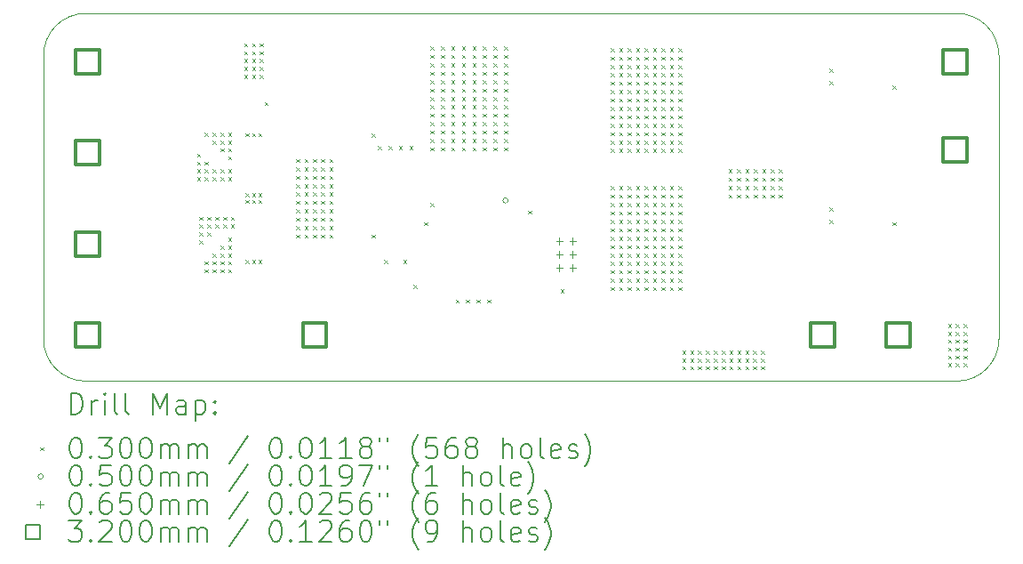
<source format=gbr>
%TF.GenerationSoftware,KiCad,Pcbnew,8.0.1*%
%TF.CreationDate,2024-04-29T22:00:20+02:00*%
%TF.ProjectId,ECU_proj,4543555f-7072-46f6-9a2e-6b696361645f,rev?*%
%TF.SameCoordinates,Original*%
%TF.FileFunction,Drillmap*%
%TF.FilePolarity,Positive*%
%FSLAX45Y45*%
G04 Gerber Fmt 4.5, Leading zero omitted, Abs format (unit mm)*
G04 Created by KiCad (PCBNEW 8.0.1) date 2024-04-29 22:00:20*
%MOMM*%
%LPD*%
G01*
G04 APERTURE LIST*
%ADD10C,0.050000*%
%ADD11C,0.200000*%
%ADD12C,0.100000*%
%ADD13C,0.320000*%
G04 APERTURE END LIST*
D10*
X19000000Y-8600000D02*
X19000000Y-5900000D01*
X9900000Y-5900000D02*
X9900000Y-8600000D01*
X9900000Y-5900000D02*
G75*
G02*
X10300000Y-5500000I400000J0D01*
G01*
X19000000Y-8600000D02*
G75*
G02*
X18600000Y-9000000I-400000J0D01*
G01*
X10300000Y-9000000D02*
G75*
G02*
X9900000Y-8600000I0J400000D01*
G01*
X18600000Y-5500000D02*
G75*
G02*
X19000000Y-5900000I0J-400000D01*
G01*
X18600000Y-5500000D02*
X10300000Y-5500000D01*
X10300000Y-9000000D02*
X18600000Y-9000000D01*
D11*
D12*
X11360000Y-6835000D02*
X11390000Y-6865000D01*
X11390000Y-6835000D02*
X11360000Y-6865000D01*
X11360000Y-6910000D02*
X11390000Y-6940000D01*
X11390000Y-6910000D02*
X11360000Y-6940000D01*
X11360000Y-6985000D02*
X11390000Y-7015000D01*
X11390000Y-6985000D02*
X11360000Y-7015000D01*
X11360000Y-7060000D02*
X11390000Y-7090000D01*
X11390000Y-7060000D02*
X11360000Y-7090000D01*
X11385000Y-7435000D02*
X11415000Y-7465000D01*
X11415000Y-7435000D02*
X11385000Y-7465000D01*
X11385000Y-7510000D02*
X11415000Y-7540000D01*
X11415000Y-7510000D02*
X11385000Y-7540000D01*
X11385000Y-7585000D02*
X11415000Y-7615000D01*
X11415000Y-7585000D02*
X11385000Y-7615000D01*
X11385000Y-7660000D02*
X11415000Y-7690000D01*
X11415000Y-7660000D02*
X11385000Y-7690000D01*
X11435000Y-6635000D02*
X11465000Y-6665000D01*
X11465000Y-6635000D02*
X11435000Y-6665000D01*
X11435000Y-6910000D02*
X11465000Y-6940000D01*
X11465000Y-6910000D02*
X11435000Y-6940000D01*
X11435000Y-6985000D02*
X11465000Y-7015000D01*
X11465000Y-6985000D02*
X11435000Y-7015000D01*
X11435000Y-7060000D02*
X11465000Y-7090000D01*
X11465000Y-7060000D02*
X11435000Y-7090000D01*
X11435000Y-7860000D02*
X11465000Y-7890000D01*
X11465000Y-7860000D02*
X11435000Y-7890000D01*
X11435000Y-7935000D02*
X11465000Y-7965000D01*
X11465000Y-7935000D02*
X11435000Y-7965000D01*
X11460000Y-7435000D02*
X11490000Y-7465000D01*
X11490000Y-7435000D02*
X11460000Y-7465000D01*
X11460000Y-7510000D02*
X11490000Y-7540000D01*
X11490000Y-7510000D02*
X11460000Y-7540000D01*
X11460000Y-7585000D02*
X11490000Y-7615000D01*
X11490000Y-7585000D02*
X11460000Y-7615000D01*
X11510000Y-6635000D02*
X11540000Y-6665000D01*
X11540000Y-6635000D02*
X11510000Y-6665000D01*
X11510000Y-6710000D02*
X11540000Y-6740000D01*
X11540000Y-6710000D02*
X11510000Y-6740000D01*
X11510000Y-6985000D02*
X11540000Y-7015000D01*
X11540000Y-6985000D02*
X11510000Y-7015000D01*
X11510000Y-7060000D02*
X11540000Y-7090000D01*
X11540000Y-7060000D02*
X11510000Y-7090000D01*
X11510000Y-7785000D02*
X11540000Y-7815000D01*
X11540000Y-7785000D02*
X11510000Y-7815000D01*
X11510000Y-7860000D02*
X11540000Y-7890000D01*
X11540000Y-7860000D02*
X11510000Y-7890000D01*
X11510000Y-7935000D02*
X11540000Y-7965000D01*
X11540000Y-7935000D02*
X11510000Y-7965000D01*
X11535000Y-7435000D02*
X11565000Y-7465000D01*
X11565000Y-7435000D02*
X11535000Y-7465000D01*
X11535000Y-7510000D02*
X11565000Y-7540000D01*
X11565000Y-7510000D02*
X11535000Y-7540000D01*
X11585000Y-6635000D02*
X11615000Y-6665000D01*
X11615000Y-6635000D02*
X11585000Y-6665000D01*
X11585000Y-6710000D02*
X11615000Y-6740000D01*
X11615000Y-6710000D02*
X11585000Y-6740000D01*
X11585000Y-6785000D02*
X11615000Y-6815000D01*
X11615000Y-6785000D02*
X11585000Y-6815000D01*
X11585000Y-6985000D02*
X11615000Y-7015000D01*
X11615000Y-6985000D02*
X11585000Y-7015000D01*
X11585000Y-7060000D02*
X11615000Y-7090000D01*
X11615000Y-7060000D02*
X11585000Y-7090000D01*
X11585000Y-7710000D02*
X11615000Y-7740000D01*
X11615000Y-7710000D02*
X11585000Y-7740000D01*
X11585000Y-7785000D02*
X11615000Y-7815000D01*
X11615000Y-7785000D02*
X11585000Y-7815000D01*
X11585000Y-7860000D02*
X11615000Y-7890000D01*
X11615000Y-7860000D02*
X11585000Y-7890000D01*
X11585000Y-7935000D02*
X11615000Y-7965000D01*
X11615000Y-7935000D02*
X11585000Y-7965000D01*
X11610000Y-7435000D02*
X11640000Y-7465000D01*
X11640000Y-7435000D02*
X11610000Y-7465000D01*
X11610000Y-7510000D02*
X11640000Y-7540000D01*
X11640000Y-7510000D02*
X11610000Y-7540000D01*
X11660000Y-6635000D02*
X11690000Y-6665000D01*
X11690000Y-6635000D02*
X11660000Y-6665000D01*
X11660000Y-6710000D02*
X11690000Y-6740000D01*
X11690000Y-6710000D02*
X11660000Y-6740000D01*
X11660000Y-6785000D02*
X11690000Y-6815000D01*
X11690000Y-6785000D02*
X11660000Y-6815000D01*
X11660000Y-6860000D02*
X11690000Y-6890000D01*
X11690000Y-6860000D02*
X11660000Y-6890000D01*
X11660000Y-6985000D02*
X11690000Y-7015000D01*
X11690000Y-6985000D02*
X11660000Y-7015000D01*
X11660000Y-7060000D02*
X11690000Y-7090000D01*
X11690000Y-7060000D02*
X11660000Y-7090000D01*
X11660000Y-7635000D02*
X11690000Y-7665000D01*
X11690000Y-7635000D02*
X11660000Y-7665000D01*
X11660000Y-7710000D02*
X11690000Y-7740000D01*
X11690000Y-7710000D02*
X11660000Y-7740000D01*
X11660000Y-7785000D02*
X11690000Y-7815000D01*
X11690000Y-7785000D02*
X11660000Y-7815000D01*
X11660000Y-7860000D02*
X11690000Y-7890000D01*
X11690000Y-7860000D02*
X11660000Y-7890000D01*
X11660000Y-7935000D02*
X11690000Y-7965000D01*
X11690000Y-7935000D02*
X11660000Y-7965000D01*
X11685000Y-7435000D02*
X11715000Y-7465000D01*
X11715000Y-7435000D02*
X11685000Y-7465000D01*
X11685000Y-7510000D02*
X11715000Y-7540000D01*
X11715000Y-7510000D02*
X11685000Y-7540000D01*
X11810000Y-5785000D02*
X11840000Y-5815000D01*
X11840000Y-5785000D02*
X11810000Y-5815000D01*
X11810000Y-5860000D02*
X11840000Y-5890000D01*
X11840000Y-5860000D02*
X11810000Y-5890000D01*
X11810000Y-5935000D02*
X11840000Y-5965000D01*
X11840000Y-5935000D02*
X11810000Y-5965000D01*
X11810000Y-6010000D02*
X11840000Y-6040000D01*
X11840000Y-6010000D02*
X11810000Y-6040000D01*
X11810000Y-6085000D02*
X11840000Y-6115000D01*
X11840000Y-6085000D02*
X11810000Y-6115000D01*
X11825000Y-6641600D02*
X11855000Y-6671600D01*
X11855000Y-6641600D02*
X11825000Y-6671600D01*
X11825000Y-7213000D02*
X11855000Y-7243000D01*
X11855000Y-7213000D02*
X11825000Y-7243000D01*
X11825000Y-7276600D02*
X11855000Y-7306600D01*
X11855000Y-7276600D02*
X11825000Y-7306600D01*
X11825000Y-7848000D02*
X11855000Y-7878000D01*
X11855000Y-7848000D02*
X11825000Y-7878000D01*
X11885000Y-5785000D02*
X11915000Y-5815000D01*
X11915000Y-5785000D02*
X11885000Y-5815000D01*
X11885000Y-5860000D02*
X11915000Y-5890000D01*
X11915000Y-5860000D02*
X11885000Y-5890000D01*
X11885000Y-5935000D02*
X11915000Y-5965000D01*
X11915000Y-5935000D02*
X11885000Y-5965000D01*
X11885000Y-6010000D02*
X11915000Y-6040000D01*
X11915000Y-6010000D02*
X11885000Y-6040000D01*
X11885000Y-6085000D02*
X11915000Y-6115000D01*
X11915000Y-6085000D02*
X11885000Y-6115000D01*
X11885000Y-6641600D02*
X11915000Y-6671600D01*
X11915000Y-6641600D02*
X11885000Y-6671600D01*
X11885000Y-7213000D02*
X11915000Y-7243000D01*
X11915000Y-7213000D02*
X11885000Y-7243000D01*
X11885000Y-7276600D02*
X11915000Y-7306600D01*
X11915000Y-7276600D02*
X11885000Y-7306600D01*
X11885000Y-7848000D02*
X11915000Y-7878000D01*
X11915000Y-7848000D02*
X11885000Y-7878000D01*
X11945000Y-6641600D02*
X11975000Y-6671600D01*
X11975000Y-6641600D02*
X11945000Y-6671600D01*
X11945000Y-7213000D02*
X11975000Y-7243000D01*
X11975000Y-7213000D02*
X11945000Y-7243000D01*
X11945000Y-7276600D02*
X11975000Y-7306600D01*
X11975000Y-7276600D02*
X11945000Y-7306600D01*
X11945000Y-7848000D02*
X11975000Y-7878000D01*
X11975000Y-7848000D02*
X11945000Y-7878000D01*
X11960000Y-5785000D02*
X11990000Y-5815000D01*
X11990000Y-5785000D02*
X11960000Y-5815000D01*
X11960000Y-5860000D02*
X11990000Y-5890000D01*
X11990000Y-5860000D02*
X11960000Y-5890000D01*
X11960000Y-5935000D02*
X11990000Y-5965000D01*
X11990000Y-5935000D02*
X11960000Y-5965000D01*
X11960000Y-6010000D02*
X11990000Y-6040000D01*
X11990000Y-6010000D02*
X11960000Y-6040000D01*
X11960000Y-6085000D02*
X11990000Y-6115000D01*
X11990000Y-6085000D02*
X11960000Y-6115000D01*
X12005000Y-6345000D02*
X12035000Y-6375000D01*
X12035000Y-6345000D02*
X12005000Y-6375000D01*
X12305000Y-6885000D02*
X12335000Y-6915000D01*
X12335000Y-6885000D02*
X12305000Y-6915000D01*
X12305000Y-6965000D02*
X12335000Y-6995000D01*
X12335000Y-6965000D02*
X12305000Y-6995000D01*
X12305000Y-7045000D02*
X12335000Y-7075000D01*
X12335000Y-7045000D02*
X12305000Y-7075000D01*
X12305000Y-7125000D02*
X12335000Y-7155000D01*
X12335000Y-7125000D02*
X12305000Y-7155000D01*
X12305000Y-7205000D02*
X12335000Y-7235000D01*
X12335000Y-7205000D02*
X12305000Y-7235000D01*
X12305000Y-7285000D02*
X12335000Y-7315000D01*
X12335000Y-7285000D02*
X12305000Y-7315000D01*
X12305000Y-7365000D02*
X12335000Y-7395000D01*
X12335000Y-7365000D02*
X12305000Y-7395000D01*
X12305000Y-7445000D02*
X12335000Y-7475000D01*
X12335000Y-7445000D02*
X12305000Y-7475000D01*
X12305000Y-7525000D02*
X12335000Y-7555000D01*
X12335000Y-7525000D02*
X12305000Y-7555000D01*
X12305000Y-7605000D02*
X12335000Y-7635000D01*
X12335000Y-7605000D02*
X12305000Y-7635000D01*
X12385000Y-6885000D02*
X12415000Y-6915000D01*
X12415000Y-6885000D02*
X12385000Y-6915000D01*
X12385000Y-6965000D02*
X12415000Y-6995000D01*
X12415000Y-6965000D02*
X12385000Y-6995000D01*
X12385000Y-7045000D02*
X12415000Y-7075000D01*
X12415000Y-7045000D02*
X12385000Y-7075000D01*
X12385000Y-7125000D02*
X12415000Y-7155000D01*
X12415000Y-7125000D02*
X12385000Y-7155000D01*
X12385000Y-7205000D02*
X12415000Y-7235000D01*
X12415000Y-7205000D02*
X12385000Y-7235000D01*
X12385000Y-7285000D02*
X12415000Y-7315000D01*
X12415000Y-7285000D02*
X12385000Y-7315000D01*
X12385000Y-7365000D02*
X12415000Y-7395000D01*
X12415000Y-7365000D02*
X12385000Y-7395000D01*
X12385000Y-7445000D02*
X12415000Y-7475000D01*
X12415000Y-7445000D02*
X12385000Y-7475000D01*
X12385000Y-7525000D02*
X12415000Y-7555000D01*
X12415000Y-7525000D02*
X12385000Y-7555000D01*
X12385000Y-7605000D02*
X12415000Y-7635000D01*
X12415000Y-7605000D02*
X12385000Y-7635000D01*
X12465000Y-6885000D02*
X12495000Y-6915000D01*
X12495000Y-6885000D02*
X12465000Y-6915000D01*
X12465000Y-6965000D02*
X12495000Y-6995000D01*
X12495000Y-6965000D02*
X12465000Y-6995000D01*
X12465000Y-7045000D02*
X12495000Y-7075000D01*
X12495000Y-7045000D02*
X12465000Y-7075000D01*
X12465000Y-7125000D02*
X12495000Y-7155000D01*
X12495000Y-7125000D02*
X12465000Y-7155000D01*
X12465000Y-7205000D02*
X12495000Y-7235000D01*
X12495000Y-7205000D02*
X12465000Y-7235000D01*
X12465000Y-7285000D02*
X12495000Y-7315000D01*
X12495000Y-7285000D02*
X12465000Y-7315000D01*
X12465000Y-7365000D02*
X12495000Y-7395000D01*
X12495000Y-7365000D02*
X12465000Y-7395000D01*
X12465000Y-7445000D02*
X12495000Y-7475000D01*
X12495000Y-7445000D02*
X12465000Y-7475000D01*
X12465000Y-7525000D02*
X12495000Y-7555000D01*
X12495000Y-7525000D02*
X12465000Y-7555000D01*
X12465000Y-7605000D02*
X12495000Y-7635000D01*
X12495000Y-7605000D02*
X12465000Y-7635000D01*
X12545000Y-6885000D02*
X12575000Y-6915000D01*
X12575000Y-6885000D02*
X12545000Y-6915000D01*
X12545000Y-6965000D02*
X12575000Y-6995000D01*
X12575000Y-6965000D02*
X12545000Y-6995000D01*
X12545000Y-7045000D02*
X12575000Y-7075000D01*
X12575000Y-7045000D02*
X12545000Y-7075000D01*
X12545000Y-7125000D02*
X12575000Y-7155000D01*
X12575000Y-7125000D02*
X12545000Y-7155000D01*
X12545000Y-7205000D02*
X12575000Y-7235000D01*
X12575000Y-7205000D02*
X12545000Y-7235000D01*
X12545000Y-7285000D02*
X12575000Y-7315000D01*
X12575000Y-7285000D02*
X12545000Y-7315000D01*
X12545000Y-7365000D02*
X12575000Y-7395000D01*
X12575000Y-7365000D02*
X12545000Y-7395000D01*
X12545000Y-7445000D02*
X12575000Y-7475000D01*
X12575000Y-7445000D02*
X12545000Y-7475000D01*
X12545000Y-7525000D02*
X12575000Y-7555000D01*
X12575000Y-7525000D02*
X12545000Y-7555000D01*
X12545000Y-7605000D02*
X12575000Y-7635000D01*
X12575000Y-7605000D02*
X12545000Y-7635000D01*
X12625000Y-6885000D02*
X12655000Y-6915000D01*
X12655000Y-6885000D02*
X12625000Y-6915000D01*
X12625000Y-6965000D02*
X12655000Y-6995000D01*
X12655000Y-6965000D02*
X12625000Y-6995000D01*
X12625000Y-7045000D02*
X12655000Y-7075000D01*
X12655000Y-7045000D02*
X12625000Y-7075000D01*
X12625000Y-7125000D02*
X12655000Y-7155000D01*
X12655000Y-7125000D02*
X12625000Y-7155000D01*
X12625000Y-7205000D02*
X12655000Y-7235000D01*
X12655000Y-7205000D02*
X12625000Y-7235000D01*
X12625000Y-7285000D02*
X12655000Y-7315000D01*
X12655000Y-7285000D02*
X12625000Y-7315000D01*
X12625000Y-7365000D02*
X12655000Y-7395000D01*
X12655000Y-7365000D02*
X12625000Y-7395000D01*
X12625000Y-7445000D02*
X12655000Y-7475000D01*
X12655000Y-7445000D02*
X12625000Y-7475000D01*
X12625000Y-7525000D02*
X12655000Y-7555000D01*
X12655000Y-7525000D02*
X12625000Y-7555000D01*
X12625000Y-7605000D02*
X12655000Y-7635000D01*
X12655000Y-7605000D02*
X12625000Y-7635000D01*
X13025000Y-6645000D02*
X13055000Y-6675000D01*
X13055000Y-6645000D02*
X13025000Y-6675000D01*
X13025000Y-7605000D02*
X13055000Y-7635000D01*
X13055000Y-7605000D02*
X13025000Y-7635000D01*
X13085000Y-6765000D02*
X13115000Y-6795000D01*
X13115000Y-6765000D02*
X13085000Y-6795000D01*
X13145000Y-7845000D02*
X13175000Y-7875000D01*
X13175000Y-7845000D02*
X13145000Y-7875000D01*
X13185000Y-6765000D02*
X13215000Y-6795000D01*
X13215000Y-6765000D02*
X13185000Y-6795000D01*
X13285000Y-6765000D02*
X13315000Y-6795000D01*
X13315000Y-6765000D02*
X13285000Y-6795000D01*
X13325000Y-7845000D02*
X13355000Y-7875000D01*
X13355000Y-7845000D02*
X13325000Y-7875000D01*
X13385000Y-6765000D02*
X13415000Y-6795000D01*
X13415000Y-6765000D02*
X13385000Y-6795000D01*
X13425000Y-8085000D02*
X13455000Y-8115000D01*
X13455000Y-8085000D02*
X13425000Y-8115000D01*
X13525000Y-7485000D02*
X13555000Y-7515000D01*
X13555000Y-7485000D02*
X13525000Y-7515000D01*
X13585000Y-5815000D02*
X13615000Y-5845000D01*
X13615000Y-5815000D02*
X13585000Y-5845000D01*
X13585000Y-5895000D02*
X13615000Y-5925000D01*
X13615000Y-5895000D02*
X13585000Y-5925000D01*
X13585000Y-5975000D02*
X13615000Y-6005000D01*
X13615000Y-5975000D02*
X13585000Y-6005000D01*
X13585000Y-6055000D02*
X13615000Y-6085000D01*
X13615000Y-6055000D02*
X13585000Y-6085000D01*
X13585000Y-6135000D02*
X13615000Y-6165000D01*
X13615000Y-6135000D02*
X13585000Y-6165000D01*
X13585000Y-6215000D02*
X13615000Y-6245000D01*
X13615000Y-6215000D02*
X13585000Y-6245000D01*
X13585000Y-6295000D02*
X13615000Y-6325000D01*
X13615000Y-6295000D02*
X13585000Y-6325000D01*
X13585000Y-6375000D02*
X13615000Y-6405000D01*
X13615000Y-6375000D02*
X13585000Y-6405000D01*
X13585000Y-6455000D02*
X13615000Y-6485000D01*
X13615000Y-6455000D02*
X13585000Y-6485000D01*
X13585000Y-6535000D02*
X13615000Y-6565000D01*
X13615000Y-6535000D02*
X13585000Y-6565000D01*
X13585000Y-6615000D02*
X13615000Y-6645000D01*
X13615000Y-6615000D02*
X13585000Y-6645000D01*
X13585000Y-6695000D02*
X13615000Y-6725000D01*
X13615000Y-6695000D02*
X13585000Y-6725000D01*
X13585000Y-6775000D02*
X13615000Y-6805000D01*
X13615000Y-6775000D02*
X13585000Y-6805000D01*
X13585000Y-7305000D02*
X13615000Y-7335000D01*
X13615000Y-7305000D02*
X13585000Y-7335000D01*
X13685000Y-5815000D02*
X13715000Y-5845000D01*
X13715000Y-5815000D02*
X13685000Y-5845000D01*
X13685000Y-5895000D02*
X13715000Y-5925000D01*
X13715000Y-5895000D02*
X13685000Y-5925000D01*
X13685000Y-5975000D02*
X13715000Y-6005000D01*
X13715000Y-5975000D02*
X13685000Y-6005000D01*
X13685000Y-6055000D02*
X13715000Y-6085000D01*
X13715000Y-6055000D02*
X13685000Y-6085000D01*
X13685000Y-6135000D02*
X13715000Y-6165000D01*
X13715000Y-6135000D02*
X13685000Y-6165000D01*
X13685000Y-6215000D02*
X13715000Y-6245000D01*
X13715000Y-6215000D02*
X13685000Y-6245000D01*
X13685000Y-6295000D02*
X13715000Y-6325000D01*
X13715000Y-6295000D02*
X13685000Y-6325000D01*
X13685000Y-6375000D02*
X13715000Y-6405000D01*
X13715000Y-6375000D02*
X13685000Y-6405000D01*
X13685000Y-6455000D02*
X13715000Y-6485000D01*
X13715000Y-6455000D02*
X13685000Y-6485000D01*
X13685000Y-6535000D02*
X13715000Y-6565000D01*
X13715000Y-6535000D02*
X13685000Y-6565000D01*
X13685000Y-6615000D02*
X13715000Y-6645000D01*
X13715000Y-6615000D02*
X13685000Y-6645000D01*
X13685000Y-6695000D02*
X13715000Y-6725000D01*
X13715000Y-6695000D02*
X13685000Y-6725000D01*
X13685000Y-6775000D02*
X13715000Y-6805000D01*
X13715000Y-6775000D02*
X13685000Y-6805000D01*
X13785000Y-5815000D02*
X13815000Y-5845000D01*
X13815000Y-5815000D02*
X13785000Y-5845000D01*
X13785000Y-5895000D02*
X13815000Y-5925000D01*
X13815000Y-5895000D02*
X13785000Y-5925000D01*
X13785000Y-5975000D02*
X13815000Y-6005000D01*
X13815000Y-5975000D02*
X13785000Y-6005000D01*
X13785000Y-6055000D02*
X13815000Y-6085000D01*
X13815000Y-6055000D02*
X13785000Y-6085000D01*
X13785000Y-6135000D02*
X13815000Y-6165000D01*
X13815000Y-6135000D02*
X13785000Y-6165000D01*
X13785000Y-6215000D02*
X13815000Y-6245000D01*
X13815000Y-6215000D02*
X13785000Y-6245000D01*
X13785000Y-6295000D02*
X13815000Y-6325000D01*
X13815000Y-6295000D02*
X13785000Y-6325000D01*
X13785000Y-6375000D02*
X13815000Y-6405000D01*
X13815000Y-6375000D02*
X13785000Y-6405000D01*
X13785000Y-6455000D02*
X13815000Y-6485000D01*
X13815000Y-6455000D02*
X13785000Y-6485000D01*
X13785000Y-6535000D02*
X13815000Y-6565000D01*
X13815000Y-6535000D02*
X13785000Y-6565000D01*
X13785000Y-6615000D02*
X13815000Y-6645000D01*
X13815000Y-6615000D02*
X13785000Y-6645000D01*
X13785000Y-6695000D02*
X13815000Y-6725000D01*
X13815000Y-6695000D02*
X13785000Y-6725000D01*
X13785000Y-6775000D02*
X13815000Y-6805000D01*
X13815000Y-6775000D02*
X13785000Y-6805000D01*
X13825000Y-8225000D02*
X13855000Y-8255000D01*
X13855000Y-8225000D02*
X13825000Y-8255000D01*
X13885000Y-5815000D02*
X13915000Y-5845000D01*
X13915000Y-5815000D02*
X13885000Y-5845000D01*
X13885000Y-5895000D02*
X13915000Y-5925000D01*
X13915000Y-5895000D02*
X13885000Y-5925000D01*
X13885000Y-5975000D02*
X13915000Y-6005000D01*
X13915000Y-5975000D02*
X13885000Y-6005000D01*
X13885000Y-6055000D02*
X13915000Y-6085000D01*
X13915000Y-6055000D02*
X13885000Y-6085000D01*
X13885000Y-6135000D02*
X13915000Y-6165000D01*
X13915000Y-6135000D02*
X13885000Y-6165000D01*
X13885000Y-6215000D02*
X13915000Y-6245000D01*
X13915000Y-6215000D02*
X13885000Y-6245000D01*
X13885000Y-6295000D02*
X13915000Y-6325000D01*
X13915000Y-6295000D02*
X13885000Y-6325000D01*
X13885000Y-6375000D02*
X13915000Y-6405000D01*
X13915000Y-6375000D02*
X13885000Y-6405000D01*
X13885000Y-6455000D02*
X13915000Y-6485000D01*
X13915000Y-6455000D02*
X13885000Y-6485000D01*
X13885000Y-6535000D02*
X13915000Y-6565000D01*
X13915000Y-6535000D02*
X13885000Y-6565000D01*
X13885000Y-6615000D02*
X13915000Y-6645000D01*
X13915000Y-6615000D02*
X13885000Y-6645000D01*
X13885000Y-6695000D02*
X13915000Y-6725000D01*
X13915000Y-6695000D02*
X13885000Y-6725000D01*
X13885000Y-6775000D02*
X13915000Y-6805000D01*
X13915000Y-6775000D02*
X13885000Y-6805000D01*
X13925000Y-8225000D02*
X13955000Y-8255000D01*
X13955000Y-8225000D02*
X13925000Y-8255000D01*
X13985000Y-5815000D02*
X14015000Y-5845000D01*
X14015000Y-5815000D02*
X13985000Y-5845000D01*
X13985000Y-5895000D02*
X14015000Y-5925000D01*
X14015000Y-5895000D02*
X13985000Y-5925000D01*
X13985000Y-5975000D02*
X14015000Y-6005000D01*
X14015000Y-5975000D02*
X13985000Y-6005000D01*
X13985000Y-6055000D02*
X14015000Y-6085000D01*
X14015000Y-6055000D02*
X13985000Y-6085000D01*
X13985000Y-6135000D02*
X14015000Y-6165000D01*
X14015000Y-6135000D02*
X13985000Y-6165000D01*
X13985000Y-6215000D02*
X14015000Y-6245000D01*
X14015000Y-6215000D02*
X13985000Y-6245000D01*
X13985000Y-6295000D02*
X14015000Y-6325000D01*
X14015000Y-6295000D02*
X13985000Y-6325000D01*
X13985000Y-6375000D02*
X14015000Y-6405000D01*
X14015000Y-6375000D02*
X13985000Y-6405000D01*
X13985000Y-6455000D02*
X14015000Y-6485000D01*
X14015000Y-6455000D02*
X13985000Y-6485000D01*
X13985000Y-6535000D02*
X14015000Y-6565000D01*
X14015000Y-6535000D02*
X13985000Y-6565000D01*
X13985000Y-6615000D02*
X14015000Y-6645000D01*
X14015000Y-6615000D02*
X13985000Y-6645000D01*
X13985000Y-6695000D02*
X14015000Y-6725000D01*
X14015000Y-6695000D02*
X13985000Y-6725000D01*
X13985000Y-6775000D02*
X14015000Y-6805000D01*
X14015000Y-6775000D02*
X13985000Y-6805000D01*
X14025000Y-8225000D02*
X14055000Y-8255000D01*
X14055000Y-8225000D02*
X14025000Y-8255000D01*
X14085000Y-5815000D02*
X14115000Y-5845000D01*
X14115000Y-5815000D02*
X14085000Y-5845000D01*
X14085000Y-5895000D02*
X14115000Y-5925000D01*
X14115000Y-5895000D02*
X14085000Y-5925000D01*
X14085000Y-5975000D02*
X14115000Y-6005000D01*
X14115000Y-5975000D02*
X14085000Y-6005000D01*
X14085000Y-6055000D02*
X14115000Y-6085000D01*
X14115000Y-6055000D02*
X14085000Y-6085000D01*
X14085000Y-6135000D02*
X14115000Y-6165000D01*
X14115000Y-6135000D02*
X14085000Y-6165000D01*
X14085000Y-6215000D02*
X14115000Y-6245000D01*
X14115000Y-6215000D02*
X14085000Y-6245000D01*
X14085000Y-6295000D02*
X14115000Y-6325000D01*
X14115000Y-6295000D02*
X14085000Y-6325000D01*
X14085000Y-6375000D02*
X14115000Y-6405000D01*
X14115000Y-6375000D02*
X14085000Y-6405000D01*
X14085000Y-6455000D02*
X14115000Y-6485000D01*
X14115000Y-6455000D02*
X14085000Y-6485000D01*
X14085000Y-6535000D02*
X14115000Y-6565000D01*
X14115000Y-6535000D02*
X14085000Y-6565000D01*
X14085000Y-6615000D02*
X14115000Y-6645000D01*
X14115000Y-6615000D02*
X14085000Y-6645000D01*
X14085000Y-6695000D02*
X14115000Y-6725000D01*
X14115000Y-6695000D02*
X14085000Y-6725000D01*
X14085000Y-6775000D02*
X14115000Y-6805000D01*
X14115000Y-6775000D02*
X14085000Y-6805000D01*
X14125000Y-8225000D02*
X14155000Y-8255000D01*
X14155000Y-8225000D02*
X14125000Y-8255000D01*
X14185000Y-5815000D02*
X14215000Y-5845000D01*
X14215000Y-5815000D02*
X14185000Y-5845000D01*
X14185000Y-5895000D02*
X14215000Y-5925000D01*
X14215000Y-5895000D02*
X14185000Y-5925000D01*
X14185000Y-5975000D02*
X14215000Y-6005000D01*
X14215000Y-5975000D02*
X14185000Y-6005000D01*
X14185000Y-6055000D02*
X14215000Y-6085000D01*
X14215000Y-6055000D02*
X14185000Y-6085000D01*
X14185000Y-6135000D02*
X14215000Y-6165000D01*
X14215000Y-6135000D02*
X14185000Y-6165000D01*
X14185000Y-6215000D02*
X14215000Y-6245000D01*
X14215000Y-6215000D02*
X14185000Y-6245000D01*
X14185000Y-6295000D02*
X14215000Y-6325000D01*
X14215000Y-6295000D02*
X14185000Y-6325000D01*
X14185000Y-6375000D02*
X14215000Y-6405000D01*
X14215000Y-6375000D02*
X14185000Y-6405000D01*
X14185000Y-6455000D02*
X14215000Y-6485000D01*
X14215000Y-6455000D02*
X14185000Y-6485000D01*
X14185000Y-6535000D02*
X14215000Y-6565000D01*
X14215000Y-6535000D02*
X14185000Y-6565000D01*
X14185000Y-6615000D02*
X14215000Y-6645000D01*
X14215000Y-6615000D02*
X14185000Y-6645000D01*
X14185000Y-6695000D02*
X14215000Y-6725000D01*
X14215000Y-6695000D02*
X14185000Y-6725000D01*
X14185000Y-6775000D02*
X14215000Y-6805000D01*
X14215000Y-6775000D02*
X14185000Y-6805000D01*
X14285000Y-5815000D02*
X14315000Y-5845000D01*
X14315000Y-5815000D02*
X14285000Y-5845000D01*
X14285000Y-5895000D02*
X14315000Y-5925000D01*
X14315000Y-5895000D02*
X14285000Y-5925000D01*
X14285000Y-5975000D02*
X14315000Y-6005000D01*
X14315000Y-5975000D02*
X14285000Y-6005000D01*
X14285000Y-6055000D02*
X14315000Y-6085000D01*
X14315000Y-6055000D02*
X14285000Y-6085000D01*
X14285000Y-6135000D02*
X14315000Y-6165000D01*
X14315000Y-6135000D02*
X14285000Y-6165000D01*
X14285000Y-6215000D02*
X14315000Y-6245000D01*
X14315000Y-6215000D02*
X14285000Y-6245000D01*
X14285000Y-6295000D02*
X14315000Y-6325000D01*
X14315000Y-6295000D02*
X14285000Y-6325000D01*
X14285000Y-6375000D02*
X14315000Y-6405000D01*
X14315000Y-6375000D02*
X14285000Y-6405000D01*
X14285000Y-6455000D02*
X14315000Y-6485000D01*
X14315000Y-6455000D02*
X14285000Y-6485000D01*
X14285000Y-6535000D02*
X14315000Y-6565000D01*
X14315000Y-6535000D02*
X14285000Y-6565000D01*
X14285000Y-6615000D02*
X14315000Y-6645000D01*
X14315000Y-6615000D02*
X14285000Y-6645000D01*
X14285000Y-6695000D02*
X14315000Y-6725000D01*
X14315000Y-6695000D02*
X14285000Y-6725000D01*
X14285000Y-6775000D02*
X14315000Y-6805000D01*
X14315000Y-6775000D02*
X14285000Y-6805000D01*
X14515000Y-7375000D02*
X14545000Y-7405000D01*
X14545000Y-7375000D02*
X14515000Y-7405000D01*
X14825000Y-8125000D02*
X14855000Y-8155000D01*
X14855000Y-8125000D02*
X14825000Y-8155000D01*
X15305000Y-5830000D02*
X15335000Y-5860000D01*
X15335000Y-5830000D02*
X15305000Y-5860000D01*
X15305000Y-5910000D02*
X15335000Y-5940000D01*
X15335000Y-5910000D02*
X15305000Y-5940000D01*
X15305000Y-5990000D02*
X15335000Y-6020000D01*
X15335000Y-5990000D02*
X15305000Y-6020000D01*
X15305000Y-6070000D02*
X15335000Y-6100000D01*
X15335000Y-6070000D02*
X15305000Y-6100000D01*
X15305000Y-6150000D02*
X15335000Y-6180000D01*
X15335000Y-6150000D02*
X15305000Y-6180000D01*
X15305000Y-6230000D02*
X15335000Y-6260000D01*
X15335000Y-6230000D02*
X15305000Y-6260000D01*
X15305000Y-6310000D02*
X15335000Y-6340000D01*
X15335000Y-6310000D02*
X15305000Y-6340000D01*
X15305000Y-6390000D02*
X15335000Y-6420000D01*
X15335000Y-6390000D02*
X15305000Y-6420000D01*
X15305000Y-6470000D02*
X15335000Y-6500000D01*
X15335000Y-6470000D02*
X15305000Y-6500000D01*
X15305000Y-6550000D02*
X15335000Y-6580000D01*
X15335000Y-6550000D02*
X15305000Y-6580000D01*
X15305000Y-6630000D02*
X15335000Y-6660000D01*
X15335000Y-6630000D02*
X15305000Y-6660000D01*
X15305000Y-6710000D02*
X15335000Y-6740000D01*
X15335000Y-6710000D02*
X15305000Y-6740000D01*
X15305000Y-6790000D02*
X15335000Y-6820000D01*
X15335000Y-6790000D02*
X15305000Y-6820000D01*
X15305000Y-7145000D02*
X15335000Y-7175000D01*
X15335000Y-7145000D02*
X15305000Y-7175000D01*
X15305000Y-7225000D02*
X15335000Y-7255000D01*
X15335000Y-7225000D02*
X15305000Y-7255000D01*
X15305000Y-7305000D02*
X15335000Y-7335000D01*
X15335000Y-7305000D02*
X15305000Y-7335000D01*
X15305000Y-7385000D02*
X15335000Y-7415000D01*
X15335000Y-7385000D02*
X15305000Y-7415000D01*
X15305000Y-7465000D02*
X15335000Y-7495000D01*
X15335000Y-7465000D02*
X15305000Y-7495000D01*
X15305000Y-7545000D02*
X15335000Y-7575000D01*
X15335000Y-7545000D02*
X15305000Y-7575000D01*
X15305000Y-7625000D02*
X15335000Y-7655000D01*
X15335000Y-7625000D02*
X15305000Y-7655000D01*
X15305000Y-7705000D02*
X15335000Y-7735000D01*
X15335000Y-7705000D02*
X15305000Y-7735000D01*
X15305000Y-7785000D02*
X15335000Y-7815000D01*
X15335000Y-7785000D02*
X15305000Y-7815000D01*
X15305000Y-7865000D02*
X15335000Y-7895000D01*
X15335000Y-7865000D02*
X15305000Y-7895000D01*
X15305000Y-7945000D02*
X15335000Y-7975000D01*
X15335000Y-7945000D02*
X15305000Y-7975000D01*
X15305000Y-8025000D02*
X15335000Y-8055000D01*
X15335000Y-8025000D02*
X15305000Y-8055000D01*
X15305000Y-8105000D02*
X15335000Y-8135000D01*
X15335000Y-8105000D02*
X15305000Y-8135000D01*
X15385000Y-5830000D02*
X15415000Y-5860000D01*
X15415000Y-5830000D02*
X15385000Y-5860000D01*
X15385000Y-5910000D02*
X15415000Y-5940000D01*
X15415000Y-5910000D02*
X15385000Y-5940000D01*
X15385000Y-5990000D02*
X15415000Y-6020000D01*
X15415000Y-5990000D02*
X15385000Y-6020000D01*
X15385000Y-6070000D02*
X15415000Y-6100000D01*
X15415000Y-6070000D02*
X15385000Y-6100000D01*
X15385000Y-6150000D02*
X15415000Y-6180000D01*
X15415000Y-6150000D02*
X15385000Y-6180000D01*
X15385000Y-6230000D02*
X15415000Y-6260000D01*
X15415000Y-6230000D02*
X15385000Y-6260000D01*
X15385000Y-6310000D02*
X15415000Y-6340000D01*
X15415000Y-6310000D02*
X15385000Y-6340000D01*
X15385000Y-6390000D02*
X15415000Y-6420000D01*
X15415000Y-6390000D02*
X15385000Y-6420000D01*
X15385000Y-6470000D02*
X15415000Y-6500000D01*
X15415000Y-6470000D02*
X15385000Y-6500000D01*
X15385000Y-6550000D02*
X15415000Y-6580000D01*
X15415000Y-6550000D02*
X15385000Y-6580000D01*
X15385000Y-6630000D02*
X15415000Y-6660000D01*
X15415000Y-6630000D02*
X15385000Y-6660000D01*
X15385000Y-6710000D02*
X15415000Y-6740000D01*
X15415000Y-6710000D02*
X15385000Y-6740000D01*
X15385000Y-6790000D02*
X15415000Y-6820000D01*
X15415000Y-6790000D02*
X15385000Y-6820000D01*
X15385000Y-7145000D02*
X15415000Y-7175000D01*
X15415000Y-7145000D02*
X15385000Y-7175000D01*
X15385000Y-7225000D02*
X15415000Y-7255000D01*
X15415000Y-7225000D02*
X15385000Y-7255000D01*
X15385000Y-7305000D02*
X15415000Y-7335000D01*
X15415000Y-7305000D02*
X15385000Y-7335000D01*
X15385000Y-7385000D02*
X15415000Y-7415000D01*
X15415000Y-7385000D02*
X15385000Y-7415000D01*
X15385000Y-7465000D02*
X15415000Y-7495000D01*
X15415000Y-7465000D02*
X15385000Y-7495000D01*
X15385000Y-7545000D02*
X15415000Y-7575000D01*
X15415000Y-7545000D02*
X15385000Y-7575000D01*
X15385000Y-7625000D02*
X15415000Y-7655000D01*
X15415000Y-7625000D02*
X15385000Y-7655000D01*
X15385000Y-7705000D02*
X15415000Y-7735000D01*
X15415000Y-7705000D02*
X15385000Y-7735000D01*
X15385000Y-7785000D02*
X15415000Y-7815000D01*
X15415000Y-7785000D02*
X15385000Y-7815000D01*
X15385000Y-7865000D02*
X15415000Y-7895000D01*
X15415000Y-7865000D02*
X15385000Y-7895000D01*
X15385000Y-7945000D02*
X15415000Y-7975000D01*
X15415000Y-7945000D02*
X15385000Y-7975000D01*
X15385000Y-8025000D02*
X15415000Y-8055000D01*
X15415000Y-8025000D02*
X15385000Y-8055000D01*
X15385000Y-8105000D02*
X15415000Y-8135000D01*
X15415000Y-8105000D02*
X15385000Y-8135000D01*
X15465000Y-5830000D02*
X15495000Y-5860000D01*
X15495000Y-5830000D02*
X15465000Y-5860000D01*
X15465000Y-5910000D02*
X15495000Y-5940000D01*
X15495000Y-5910000D02*
X15465000Y-5940000D01*
X15465000Y-5990000D02*
X15495000Y-6020000D01*
X15495000Y-5990000D02*
X15465000Y-6020000D01*
X15465000Y-6070000D02*
X15495000Y-6100000D01*
X15495000Y-6070000D02*
X15465000Y-6100000D01*
X15465000Y-6150000D02*
X15495000Y-6180000D01*
X15495000Y-6150000D02*
X15465000Y-6180000D01*
X15465000Y-6230000D02*
X15495000Y-6260000D01*
X15495000Y-6230000D02*
X15465000Y-6260000D01*
X15465000Y-6310000D02*
X15495000Y-6340000D01*
X15495000Y-6310000D02*
X15465000Y-6340000D01*
X15465000Y-6390000D02*
X15495000Y-6420000D01*
X15495000Y-6390000D02*
X15465000Y-6420000D01*
X15465000Y-6470000D02*
X15495000Y-6500000D01*
X15495000Y-6470000D02*
X15465000Y-6500000D01*
X15465000Y-6550000D02*
X15495000Y-6580000D01*
X15495000Y-6550000D02*
X15465000Y-6580000D01*
X15465000Y-6630000D02*
X15495000Y-6660000D01*
X15495000Y-6630000D02*
X15465000Y-6660000D01*
X15465000Y-6710000D02*
X15495000Y-6740000D01*
X15495000Y-6710000D02*
X15465000Y-6740000D01*
X15465000Y-6790000D02*
X15495000Y-6820000D01*
X15495000Y-6790000D02*
X15465000Y-6820000D01*
X15465000Y-7145000D02*
X15495000Y-7175000D01*
X15495000Y-7145000D02*
X15465000Y-7175000D01*
X15465000Y-7225000D02*
X15495000Y-7255000D01*
X15495000Y-7225000D02*
X15465000Y-7255000D01*
X15465000Y-7305000D02*
X15495000Y-7335000D01*
X15495000Y-7305000D02*
X15465000Y-7335000D01*
X15465000Y-7385000D02*
X15495000Y-7415000D01*
X15495000Y-7385000D02*
X15465000Y-7415000D01*
X15465000Y-7465000D02*
X15495000Y-7495000D01*
X15495000Y-7465000D02*
X15465000Y-7495000D01*
X15465000Y-7545000D02*
X15495000Y-7575000D01*
X15495000Y-7545000D02*
X15465000Y-7575000D01*
X15465000Y-7625000D02*
X15495000Y-7655000D01*
X15495000Y-7625000D02*
X15465000Y-7655000D01*
X15465000Y-7705000D02*
X15495000Y-7735000D01*
X15495000Y-7705000D02*
X15465000Y-7735000D01*
X15465000Y-7785000D02*
X15495000Y-7815000D01*
X15495000Y-7785000D02*
X15465000Y-7815000D01*
X15465000Y-7865000D02*
X15495000Y-7895000D01*
X15495000Y-7865000D02*
X15465000Y-7895000D01*
X15465000Y-7945000D02*
X15495000Y-7975000D01*
X15495000Y-7945000D02*
X15465000Y-7975000D01*
X15465000Y-8025000D02*
X15495000Y-8055000D01*
X15495000Y-8025000D02*
X15465000Y-8055000D01*
X15465000Y-8105000D02*
X15495000Y-8135000D01*
X15495000Y-8105000D02*
X15465000Y-8135000D01*
X15545000Y-5830000D02*
X15575000Y-5860000D01*
X15575000Y-5830000D02*
X15545000Y-5860000D01*
X15545000Y-5910000D02*
X15575000Y-5940000D01*
X15575000Y-5910000D02*
X15545000Y-5940000D01*
X15545000Y-5990000D02*
X15575000Y-6020000D01*
X15575000Y-5990000D02*
X15545000Y-6020000D01*
X15545000Y-6070000D02*
X15575000Y-6100000D01*
X15575000Y-6070000D02*
X15545000Y-6100000D01*
X15545000Y-6150000D02*
X15575000Y-6180000D01*
X15575000Y-6150000D02*
X15545000Y-6180000D01*
X15545000Y-6230000D02*
X15575000Y-6260000D01*
X15575000Y-6230000D02*
X15545000Y-6260000D01*
X15545000Y-6310000D02*
X15575000Y-6340000D01*
X15575000Y-6310000D02*
X15545000Y-6340000D01*
X15545000Y-6390000D02*
X15575000Y-6420000D01*
X15575000Y-6390000D02*
X15545000Y-6420000D01*
X15545000Y-6470000D02*
X15575000Y-6500000D01*
X15575000Y-6470000D02*
X15545000Y-6500000D01*
X15545000Y-6550000D02*
X15575000Y-6580000D01*
X15575000Y-6550000D02*
X15545000Y-6580000D01*
X15545000Y-6630000D02*
X15575000Y-6660000D01*
X15575000Y-6630000D02*
X15545000Y-6660000D01*
X15545000Y-6710000D02*
X15575000Y-6740000D01*
X15575000Y-6710000D02*
X15545000Y-6740000D01*
X15545000Y-6790000D02*
X15575000Y-6820000D01*
X15575000Y-6790000D02*
X15545000Y-6820000D01*
X15545000Y-7145000D02*
X15575000Y-7175000D01*
X15575000Y-7145000D02*
X15545000Y-7175000D01*
X15545000Y-7225000D02*
X15575000Y-7255000D01*
X15575000Y-7225000D02*
X15545000Y-7255000D01*
X15545000Y-7305000D02*
X15575000Y-7335000D01*
X15575000Y-7305000D02*
X15545000Y-7335000D01*
X15545000Y-7385000D02*
X15575000Y-7415000D01*
X15575000Y-7385000D02*
X15545000Y-7415000D01*
X15545000Y-7465000D02*
X15575000Y-7495000D01*
X15575000Y-7465000D02*
X15545000Y-7495000D01*
X15545000Y-7545000D02*
X15575000Y-7575000D01*
X15575000Y-7545000D02*
X15545000Y-7575000D01*
X15545000Y-7625000D02*
X15575000Y-7655000D01*
X15575000Y-7625000D02*
X15545000Y-7655000D01*
X15545000Y-7705000D02*
X15575000Y-7735000D01*
X15575000Y-7705000D02*
X15545000Y-7735000D01*
X15545000Y-7785000D02*
X15575000Y-7815000D01*
X15575000Y-7785000D02*
X15545000Y-7815000D01*
X15545000Y-7865000D02*
X15575000Y-7895000D01*
X15575000Y-7865000D02*
X15545000Y-7895000D01*
X15545000Y-7945000D02*
X15575000Y-7975000D01*
X15575000Y-7945000D02*
X15545000Y-7975000D01*
X15545000Y-8025000D02*
X15575000Y-8055000D01*
X15575000Y-8025000D02*
X15545000Y-8055000D01*
X15545000Y-8105000D02*
X15575000Y-8135000D01*
X15575000Y-8105000D02*
X15545000Y-8135000D01*
X15625000Y-5830000D02*
X15655000Y-5860000D01*
X15655000Y-5830000D02*
X15625000Y-5860000D01*
X15625000Y-5910000D02*
X15655000Y-5940000D01*
X15655000Y-5910000D02*
X15625000Y-5940000D01*
X15625000Y-5990000D02*
X15655000Y-6020000D01*
X15655000Y-5990000D02*
X15625000Y-6020000D01*
X15625000Y-6070000D02*
X15655000Y-6100000D01*
X15655000Y-6070000D02*
X15625000Y-6100000D01*
X15625000Y-6150000D02*
X15655000Y-6180000D01*
X15655000Y-6150000D02*
X15625000Y-6180000D01*
X15625000Y-6230000D02*
X15655000Y-6260000D01*
X15655000Y-6230000D02*
X15625000Y-6260000D01*
X15625000Y-6310000D02*
X15655000Y-6340000D01*
X15655000Y-6310000D02*
X15625000Y-6340000D01*
X15625000Y-6390000D02*
X15655000Y-6420000D01*
X15655000Y-6390000D02*
X15625000Y-6420000D01*
X15625000Y-6470000D02*
X15655000Y-6500000D01*
X15655000Y-6470000D02*
X15625000Y-6500000D01*
X15625000Y-6550000D02*
X15655000Y-6580000D01*
X15655000Y-6550000D02*
X15625000Y-6580000D01*
X15625000Y-6630000D02*
X15655000Y-6660000D01*
X15655000Y-6630000D02*
X15625000Y-6660000D01*
X15625000Y-6710000D02*
X15655000Y-6740000D01*
X15655000Y-6710000D02*
X15625000Y-6740000D01*
X15625000Y-6790000D02*
X15655000Y-6820000D01*
X15655000Y-6790000D02*
X15625000Y-6820000D01*
X15625000Y-7145000D02*
X15655000Y-7175000D01*
X15655000Y-7145000D02*
X15625000Y-7175000D01*
X15625000Y-7225000D02*
X15655000Y-7255000D01*
X15655000Y-7225000D02*
X15625000Y-7255000D01*
X15625000Y-7305000D02*
X15655000Y-7335000D01*
X15655000Y-7305000D02*
X15625000Y-7335000D01*
X15625000Y-7385000D02*
X15655000Y-7415000D01*
X15655000Y-7385000D02*
X15625000Y-7415000D01*
X15625000Y-7465000D02*
X15655000Y-7495000D01*
X15655000Y-7465000D02*
X15625000Y-7495000D01*
X15625000Y-7545000D02*
X15655000Y-7575000D01*
X15655000Y-7545000D02*
X15625000Y-7575000D01*
X15625000Y-7625000D02*
X15655000Y-7655000D01*
X15655000Y-7625000D02*
X15625000Y-7655000D01*
X15625000Y-7705000D02*
X15655000Y-7735000D01*
X15655000Y-7705000D02*
X15625000Y-7735000D01*
X15625000Y-7785000D02*
X15655000Y-7815000D01*
X15655000Y-7785000D02*
X15625000Y-7815000D01*
X15625000Y-7865000D02*
X15655000Y-7895000D01*
X15655000Y-7865000D02*
X15625000Y-7895000D01*
X15625000Y-7945000D02*
X15655000Y-7975000D01*
X15655000Y-7945000D02*
X15625000Y-7975000D01*
X15625000Y-8025000D02*
X15655000Y-8055000D01*
X15655000Y-8025000D02*
X15625000Y-8055000D01*
X15625000Y-8105000D02*
X15655000Y-8135000D01*
X15655000Y-8105000D02*
X15625000Y-8135000D01*
X15705000Y-5830000D02*
X15735000Y-5860000D01*
X15735000Y-5830000D02*
X15705000Y-5860000D01*
X15705000Y-5910000D02*
X15735000Y-5940000D01*
X15735000Y-5910000D02*
X15705000Y-5940000D01*
X15705000Y-5990000D02*
X15735000Y-6020000D01*
X15735000Y-5990000D02*
X15705000Y-6020000D01*
X15705000Y-6070000D02*
X15735000Y-6100000D01*
X15735000Y-6070000D02*
X15705000Y-6100000D01*
X15705000Y-6150000D02*
X15735000Y-6180000D01*
X15735000Y-6150000D02*
X15705000Y-6180000D01*
X15705000Y-6230000D02*
X15735000Y-6260000D01*
X15735000Y-6230000D02*
X15705000Y-6260000D01*
X15705000Y-6310000D02*
X15735000Y-6340000D01*
X15735000Y-6310000D02*
X15705000Y-6340000D01*
X15705000Y-6390000D02*
X15735000Y-6420000D01*
X15735000Y-6390000D02*
X15705000Y-6420000D01*
X15705000Y-6470000D02*
X15735000Y-6500000D01*
X15735000Y-6470000D02*
X15705000Y-6500000D01*
X15705000Y-6550000D02*
X15735000Y-6580000D01*
X15735000Y-6550000D02*
X15705000Y-6580000D01*
X15705000Y-6630000D02*
X15735000Y-6660000D01*
X15735000Y-6630000D02*
X15705000Y-6660000D01*
X15705000Y-6710000D02*
X15735000Y-6740000D01*
X15735000Y-6710000D02*
X15705000Y-6740000D01*
X15705000Y-6790000D02*
X15735000Y-6820000D01*
X15735000Y-6790000D02*
X15705000Y-6820000D01*
X15705000Y-7145000D02*
X15735000Y-7175000D01*
X15735000Y-7145000D02*
X15705000Y-7175000D01*
X15705000Y-7225000D02*
X15735000Y-7255000D01*
X15735000Y-7225000D02*
X15705000Y-7255000D01*
X15705000Y-7305000D02*
X15735000Y-7335000D01*
X15735000Y-7305000D02*
X15705000Y-7335000D01*
X15705000Y-7385000D02*
X15735000Y-7415000D01*
X15735000Y-7385000D02*
X15705000Y-7415000D01*
X15705000Y-7465000D02*
X15735000Y-7495000D01*
X15735000Y-7465000D02*
X15705000Y-7495000D01*
X15705000Y-7545000D02*
X15735000Y-7575000D01*
X15735000Y-7545000D02*
X15705000Y-7575000D01*
X15705000Y-7625000D02*
X15735000Y-7655000D01*
X15735000Y-7625000D02*
X15705000Y-7655000D01*
X15705000Y-7705000D02*
X15735000Y-7735000D01*
X15735000Y-7705000D02*
X15705000Y-7735000D01*
X15705000Y-7785000D02*
X15735000Y-7815000D01*
X15735000Y-7785000D02*
X15705000Y-7815000D01*
X15705000Y-7865000D02*
X15735000Y-7895000D01*
X15735000Y-7865000D02*
X15705000Y-7895000D01*
X15705000Y-7945000D02*
X15735000Y-7975000D01*
X15735000Y-7945000D02*
X15705000Y-7975000D01*
X15705000Y-8025000D02*
X15735000Y-8055000D01*
X15735000Y-8025000D02*
X15705000Y-8055000D01*
X15705000Y-8105000D02*
X15735000Y-8135000D01*
X15735000Y-8105000D02*
X15705000Y-8135000D01*
X15785000Y-5830000D02*
X15815000Y-5860000D01*
X15815000Y-5830000D02*
X15785000Y-5860000D01*
X15785000Y-5910000D02*
X15815000Y-5940000D01*
X15815000Y-5910000D02*
X15785000Y-5940000D01*
X15785000Y-5990000D02*
X15815000Y-6020000D01*
X15815000Y-5990000D02*
X15785000Y-6020000D01*
X15785000Y-6070000D02*
X15815000Y-6100000D01*
X15815000Y-6070000D02*
X15785000Y-6100000D01*
X15785000Y-6150000D02*
X15815000Y-6180000D01*
X15815000Y-6150000D02*
X15785000Y-6180000D01*
X15785000Y-6230000D02*
X15815000Y-6260000D01*
X15815000Y-6230000D02*
X15785000Y-6260000D01*
X15785000Y-6310000D02*
X15815000Y-6340000D01*
X15815000Y-6310000D02*
X15785000Y-6340000D01*
X15785000Y-6390000D02*
X15815000Y-6420000D01*
X15815000Y-6390000D02*
X15785000Y-6420000D01*
X15785000Y-6470000D02*
X15815000Y-6500000D01*
X15815000Y-6470000D02*
X15785000Y-6500000D01*
X15785000Y-6550000D02*
X15815000Y-6580000D01*
X15815000Y-6550000D02*
X15785000Y-6580000D01*
X15785000Y-6630000D02*
X15815000Y-6660000D01*
X15815000Y-6630000D02*
X15785000Y-6660000D01*
X15785000Y-6710000D02*
X15815000Y-6740000D01*
X15815000Y-6710000D02*
X15785000Y-6740000D01*
X15785000Y-6790000D02*
X15815000Y-6820000D01*
X15815000Y-6790000D02*
X15785000Y-6820000D01*
X15785000Y-7145000D02*
X15815000Y-7175000D01*
X15815000Y-7145000D02*
X15785000Y-7175000D01*
X15785000Y-7225000D02*
X15815000Y-7255000D01*
X15815000Y-7225000D02*
X15785000Y-7255000D01*
X15785000Y-7305000D02*
X15815000Y-7335000D01*
X15815000Y-7305000D02*
X15785000Y-7335000D01*
X15785000Y-7385000D02*
X15815000Y-7415000D01*
X15815000Y-7385000D02*
X15785000Y-7415000D01*
X15785000Y-7465000D02*
X15815000Y-7495000D01*
X15815000Y-7465000D02*
X15785000Y-7495000D01*
X15785000Y-7545000D02*
X15815000Y-7575000D01*
X15815000Y-7545000D02*
X15785000Y-7575000D01*
X15785000Y-7625000D02*
X15815000Y-7655000D01*
X15815000Y-7625000D02*
X15785000Y-7655000D01*
X15785000Y-7705000D02*
X15815000Y-7735000D01*
X15815000Y-7705000D02*
X15785000Y-7735000D01*
X15785000Y-7785000D02*
X15815000Y-7815000D01*
X15815000Y-7785000D02*
X15785000Y-7815000D01*
X15785000Y-7865000D02*
X15815000Y-7895000D01*
X15815000Y-7865000D02*
X15785000Y-7895000D01*
X15785000Y-7945000D02*
X15815000Y-7975000D01*
X15815000Y-7945000D02*
X15785000Y-7975000D01*
X15785000Y-8025000D02*
X15815000Y-8055000D01*
X15815000Y-8025000D02*
X15785000Y-8055000D01*
X15785000Y-8105000D02*
X15815000Y-8135000D01*
X15815000Y-8105000D02*
X15785000Y-8135000D01*
X15865000Y-5830000D02*
X15895000Y-5860000D01*
X15895000Y-5830000D02*
X15865000Y-5860000D01*
X15865000Y-5910000D02*
X15895000Y-5940000D01*
X15895000Y-5910000D02*
X15865000Y-5940000D01*
X15865000Y-5990000D02*
X15895000Y-6020000D01*
X15895000Y-5990000D02*
X15865000Y-6020000D01*
X15865000Y-6070000D02*
X15895000Y-6100000D01*
X15895000Y-6070000D02*
X15865000Y-6100000D01*
X15865000Y-6150000D02*
X15895000Y-6180000D01*
X15895000Y-6150000D02*
X15865000Y-6180000D01*
X15865000Y-6230000D02*
X15895000Y-6260000D01*
X15895000Y-6230000D02*
X15865000Y-6260000D01*
X15865000Y-6310000D02*
X15895000Y-6340000D01*
X15895000Y-6310000D02*
X15865000Y-6340000D01*
X15865000Y-6390000D02*
X15895000Y-6420000D01*
X15895000Y-6390000D02*
X15865000Y-6420000D01*
X15865000Y-6470000D02*
X15895000Y-6500000D01*
X15895000Y-6470000D02*
X15865000Y-6500000D01*
X15865000Y-6550000D02*
X15895000Y-6580000D01*
X15895000Y-6550000D02*
X15865000Y-6580000D01*
X15865000Y-6630000D02*
X15895000Y-6660000D01*
X15895000Y-6630000D02*
X15865000Y-6660000D01*
X15865000Y-6710000D02*
X15895000Y-6740000D01*
X15895000Y-6710000D02*
X15865000Y-6740000D01*
X15865000Y-6790000D02*
X15895000Y-6820000D01*
X15895000Y-6790000D02*
X15865000Y-6820000D01*
X15865000Y-7145000D02*
X15895000Y-7175000D01*
X15895000Y-7145000D02*
X15865000Y-7175000D01*
X15865000Y-7225000D02*
X15895000Y-7255000D01*
X15895000Y-7225000D02*
X15865000Y-7255000D01*
X15865000Y-7305000D02*
X15895000Y-7335000D01*
X15895000Y-7305000D02*
X15865000Y-7335000D01*
X15865000Y-7385000D02*
X15895000Y-7415000D01*
X15895000Y-7385000D02*
X15865000Y-7415000D01*
X15865000Y-7465000D02*
X15895000Y-7495000D01*
X15895000Y-7465000D02*
X15865000Y-7495000D01*
X15865000Y-7545000D02*
X15895000Y-7575000D01*
X15895000Y-7545000D02*
X15865000Y-7575000D01*
X15865000Y-7625000D02*
X15895000Y-7655000D01*
X15895000Y-7625000D02*
X15865000Y-7655000D01*
X15865000Y-7705000D02*
X15895000Y-7735000D01*
X15895000Y-7705000D02*
X15865000Y-7735000D01*
X15865000Y-7785000D02*
X15895000Y-7815000D01*
X15895000Y-7785000D02*
X15865000Y-7815000D01*
X15865000Y-7865000D02*
X15895000Y-7895000D01*
X15895000Y-7865000D02*
X15865000Y-7895000D01*
X15865000Y-7945000D02*
X15895000Y-7975000D01*
X15895000Y-7945000D02*
X15865000Y-7975000D01*
X15865000Y-8025000D02*
X15895000Y-8055000D01*
X15895000Y-8025000D02*
X15865000Y-8055000D01*
X15865000Y-8105000D02*
X15895000Y-8135000D01*
X15895000Y-8105000D02*
X15865000Y-8135000D01*
X15945000Y-5830000D02*
X15975000Y-5860000D01*
X15975000Y-5830000D02*
X15945000Y-5860000D01*
X15945000Y-5910000D02*
X15975000Y-5940000D01*
X15975000Y-5910000D02*
X15945000Y-5940000D01*
X15945000Y-5990000D02*
X15975000Y-6020000D01*
X15975000Y-5990000D02*
X15945000Y-6020000D01*
X15945000Y-6070000D02*
X15975000Y-6100000D01*
X15975000Y-6070000D02*
X15945000Y-6100000D01*
X15945000Y-6150000D02*
X15975000Y-6180000D01*
X15975000Y-6150000D02*
X15945000Y-6180000D01*
X15945000Y-6230000D02*
X15975000Y-6260000D01*
X15975000Y-6230000D02*
X15945000Y-6260000D01*
X15945000Y-6310000D02*
X15975000Y-6340000D01*
X15975000Y-6310000D02*
X15945000Y-6340000D01*
X15945000Y-6390000D02*
X15975000Y-6420000D01*
X15975000Y-6390000D02*
X15945000Y-6420000D01*
X15945000Y-6470000D02*
X15975000Y-6500000D01*
X15975000Y-6470000D02*
X15945000Y-6500000D01*
X15945000Y-6550000D02*
X15975000Y-6580000D01*
X15975000Y-6550000D02*
X15945000Y-6580000D01*
X15945000Y-6630000D02*
X15975000Y-6660000D01*
X15975000Y-6630000D02*
X15945000Y-6660000D01*
X15945000Y-6710000D02*
X15975000Y-6740000D01*
X15975000Y-6710000D02*
X15945000Y-6740000D01*
X15945000Y-6790000D02*
X15975000Y-6820000D01*
X15975000Y-6790000D02*
X15945000Y-6820000D01*
X15945000Y-7145000D02*
X15975000Y-7175000D01*
X15975000Y-7145000D02*
X15945000Y-7175000D01*
X15945000Y-7225000D02*
X15975000Y-7255000D01*
X15975000Y-7225000D02*
X15945000Y-7255000D01*
X15945000Y-7305000D02*
X15975000Y-7335000D01*
X15975000Y-7305000D02*
X15945000Y-7335000D01*
X15945000Y-7385000D02*
X15975000Y-7415000D01*
X15975000Y-7385000D02*
X15945000Y-7415000D01*
X15945000Y-7465000D02*
X15975000Y-7495000D01*
X15975000Y-7465000D02*
X15945000Y-7495000D01*
X15945000Y-7545000D02*
X15975000Y-7575000D01*
X15975000Y-7545000D02*
X15945000Y-7575000D01*
X15945000Y-7625000D02*
X15975000Y-7655000D01*
X15975000Y-7625000D02*
X15945000Y-7655000D01*
X15945000Y-7705000D02*
X15975000Y-7735000D01*
X15975000Y-7705000D02*
X15945000Y-7735000D01*
X15945000Y-7785000D02*
X15975000Y-7815000D01*
X15975000Y-7785000D02*
X15945000Y-7815000D01*
X15945000Y-7865000D02*
X15975000Y-7895000D01*
X15975000Y-7865000D02*
X15945000Y-7895000D01*
X15945000Y-7945000D02*
X15975000Y-7975000D01*
X15975000Y-7945000D02*
X15945000Y-7975000D01*
X15945000Y-8025000D02*
X15975000Y-8055000D01*
X15975000Y-8025000D02*
X15945000Y-8055000D01*
X15945000Y-8105000D02*
X15975000Y-8135000D01*
X15975000Y-8105000D02*
X15945000Y-8135000D01*
X15985000Y-8710000D02*
X16015000Y-8740000D01*
X16015000Y-8710000D02*
X15985000Y-8740000D01*
X15985000Y-8785000D02*
X16015000Y-8815000D01*
X16015000Y-8785000D02*
X15985000Y-8815000D01*
X15985000Y-8860000D02*
X16015000Y-8890000D01*
X16015000Y-8860000D02*
X15985000Y-8890000D01*
X16060000Y-8710000D02*
X16090000Y-8740000D01*
X16090000Y-8710000D02*
X16060000Y-8740000D01*
X16060000Y-8785000D02*
X16090000Y-8815000D01*
X16090000Y-8785000D02*
X16060000Y-8815000D01*
X16060000Y-8860000D02*
X16090000Y-8890000D01*
X16090000Y-8860000D02*
X16060000Y-8890000D01*
X16135000Y-8710000D02*
X16165000Y-8740000D01*
X16165000Y-8710000D02*
X16135000Y-8740000D01*
X16135000Y-8785000D02*
X16165000Y-8815000D01*
X16165000Y-8785000D02*
X16135000Y-8815000D01*
X16135000Y-8860000D02*
X16165000Y-8890000D01*
X16165000Y-8860000D02*
X16135000Y-8890000D01*
X16210000Y-8710000D02*
X16240000Y-8740000D01*
X16240000Y-8710000D02*
X16210000Y-8740000D01*
X16210000Y-8785000D02*
X16240000Y-8815000D01*
X16240000Y-8785000D02*
X16210000Y-8815000D01*
X16210000Y-8860000D02*
X16240000Y-8890000D01*
X16240000Y-8860000D02*
X16210000Y-8890000D01*
X16285000Y-8710000D02*
X16315000Y-8740000D01*
X16315000Y-8710000D02*
X16285000Y-8740000D01*
X16285000Y-8785000D02*
X16315000Y-8815000D01*
X16315000Y-8785000D02*
X16285000Y-8815000D01*
X16285000Y-8860000D02*
X16315000Y-8890000D01*
X16315000Y-8860000D02*
X16285000Y-8890000D01*
X16360000Y-8710000D02*
X16390000Y-8740000D01*
X16390000Y-8710000D02*
X16360000Y-8740000D01*
X16360000Y-8785000D02*
X16390000Y-8815000D01*
X16390000Y-8785000D02*
X16360000Y-8815000D01*
X16360000Y-8860000D02*
X16390000Y-8890000D01*
X16390000Y-8860000D02*
X16360000Y-8890000D01*
X16425000Y-6985000D02*
X16455000Y-7015000D01*
X16455000Y-6985000D02*
X16425000Y-7015000D01*
X16425000Y-7065000D02*
X16455000Y-7095000D01*
X16455000Y-7065000D02*
X16425000Y-7095000D01*
X16425000Y-7145000D02*
X16455000Y-7175000D01*
X16455000Y-7145000D02*
X16425000Y-7175000D01*
X16425000Y-7225000D02*
X16455000Y-7255000D01*
X16455000Y-7225000D02*
X16425000Y-7255000D01*
X16435000Y-8710000D02*
X16465000Y-8740000D01*
X16465000Y-8710000D02*
X16435000Y-8740000D01*
X16435000Y-8785000D02*
X16465000Y-8815000D01*
X16465000Y-8785000D02*
X16435000Y-8815000D01*
X16435000Y-8860000D02*
X16465000Y-8890000D01*
X16465000Y-8860000D02*
X16435000Y-8890000D01*
X16505000Y-6985000D02*
X16535000Y-7015000D01*
X16535000Y-6985000D02*
X16505000Y-7015000D01*
X16505000Y-7065000D02*
X16535000Y-7095000D01*
X16535000Y-7065000D02*
X16505000Y-7095000D01*
X16505000Y-7145000D02*
X16535000Y-7175000D01*
X16535000Y-7145000D02*
X16505000Y-7175000D01*
X16505000Y-7225000D02*
X16535000Y-7255000D01*
X16535000Y-7225000D02*
X16505000Y-7255000D01*
X16510000Y-8710000D02*
X16540000Y-8740000D01*
X16540000Y-8710000D02*
X16510000Y-8740000D01*
X16510000Y-8785000D02*
X16540000Y-8815000D01*
X16540000Y-8785000D02*
X16510000Y-8815000D01*
X16510000Y-8860000D02*
X16540000Y-8890000D01*
X16540000Y-8860000D02*
X16510000Y-8890000D01*
X16585000Y-6985000D02*
X16615000Y-7015000D01*
X16615000Y-6985000D02*
X16585000Y-7015000D01*
X16585000Y-7065000D02*
X16615000Y-7095000D01*
X16615000Y-7065000D02*
X16585000Y-7095000D01*
X16585000Y-7145000D02*
X16615000Y-7175000D01*
X16615000Y-7145000D02*
X16585000Y-7175000D01*
X16585000Y-7225000D02*
X16615000Y-7255000D01*
X16615000Y-7225000D02*
X16585000Y-7255000D01*
X16585000Y-8710000D02*
X16615000Y-8740000D01*
X16615000Y-8710000D02*
X16585000Y-8740000D01*
X16585000Y-8785000D02*
X16615000Y-8815000D01*
X16615000Y-8785000D02*
X16585000Y-8815000D01*
X16585000Y-8860000D02*
X16615000Y-8890000D01*
X16615000Y-8860000D02*
X16585000Y-8890000D01*
X16660000Y-8710000D02*
X16690000Y-8740000D01*
X16690000Y-8710000D02*
X16660000Y-8740000D01*
X16660000Y-8785000D02*
X16690000Y-8815000D01*
X16690000Y-8785000D02*
X16660000Y-8815000D01*
X16660000Y-8860000D02*
X16690000Y-8890000D01*
X16690000Y-8860000D02*
X16660000Y-8890000D01*
X16665000Y-6985000D02*
X16695000Y-7015000D01*
X16695000Y-6985000D02*
X16665000Y-7015000D01*
X16665000Y-7065000D02*
X16695000Y-7095000D01*
X16695000Y-7065000D02*
X16665000Y-7095000D01*
X16665000Y-7145000D02*
X16695000Y-7175000D01*
X16695000Y-7145000D02*
X16665000Y-7175000D01*
X16665000Y-7225000D02*
X16695000Y-7255000D01*
X16695000Y-7225000D02*
X16665000Y-7255000D01*
X16735000Y-8710000D02*
X16765000Y-8740000D01*
X16765000Y-8710000D02*
X16735000Y-8740000D01*
X16735000Y-8785000D02*
X16765000Y-8815000D01*
X16765000Y-8785000D02*
X16735000Y-8815000D01*
X16735000Y-8860000D02*
X16765000Y-8890000D01*
X16765000Y-8860000D02*
X16735000Y-8890000D01*
X16745000Y-6985000D02*
X16775000Y-7015000D01*
X16775000Y-6985000D02*
X16745000Y-7015000D01*
X16745000Y-7065000D02*
X16775000Y-7095000D01*
X16775000Y-7065000D02*
X16745000Y-7095000D01*
X16745000Y-7145000D02*
X16775000Y-7175000D01*
X16775000Y-7145000D02*
X16745000Y-7175000D01*
X16745000Y-7225000D02*
X16775000Y-7255000D01*
X16775000Y-7225000D02*
X16745000Y-7255000D01*
X16825000Y-6985000D02*
X16855000Y-7015000D01*
X16855000Y-6985000D02*
X16825000Y-7015000D01*
X16825000Y-7065000D02*
X16855000Y-7095000D01*
X16855000Y-7065000D02*
X16825000Y-7095000D01*
X16825000Y-7145000D02*
X16855000Y-7175000D01*
X16855000Y-7145000D02*
X16825000Y-7175000D01*
X16825000Y-7225000D02*
X16855000Y-7255000D01*
X16855000Y-7225000D02*
X16825000Y-7255000D01*
X16905000Y-6985000D02*
X16935000Y-7015000D01*
X16935000Y-6985000D02*
X16905000Y-7015000D01*
X16905000Y-7065000D02*
X16935000Y-7095000D01*
X16935000Y-7065000D02*
X16905000Y-7095000D01*
X16905000Y-7145000D02*
X16935000Y-7175000D01*
X16935000Y-7145000D02*
X16905000Y-7175000D01*
X16905000Y-7225000D02*
X16935000Y-7255000D01*
X16935000Y-7225000D02*
X16905000Y-7255000D01*
X17385000Y-6025000D02*
X17415000Y-6055000D01*
X17415000Y-6025000D02*
X17385000Y-6055000D01*
X17385000Y-6145000D02*
X17415000Y-6175000D01*
X17415000Y-6145000D02*
X17385000Y-6175000D01*
X17385000Y-7345000D02*
X17415000Y-7375000D01*
X17415000Y-7345000D02*
X17385000Y-7375000D01*
X17385000Y-7465000D02*
X17415000Y-7495000D01*
X17415000Y-7465000D02*
X17385000Y-7495000D01*
X17985000Y-6185000D02*
X18015000Y-6215000D01*
X18015000Y-6185000D02*
X17985000Y-6215000D01*
X17985000Y-7485000D02*
X18015000Y-7515000D01*
X18015000Y-7485000D02*
X17985000Y-7515000D01*
X18515000Y-8455000D02*
X18545000Y-8485000D01*
X18545000Y-8455000D02*
X18515000Y-8485000D01*
X18515000Y-8530000D02*
X18545000Y-8560000D01*
X18545000Y-8530000D02*
X18515000Y-8560000D01*
X18515000Y-8605000D02*
X18545000Y-8635000D01*
X18545000Y-8605000D02*
X18515000Y-8635000D01*
X18515000Y-8680000D02*
X18545000Y-8710000D01*
X18545000Y-8680000D02*
X18515000Y-8710000D01*
X18515000Y-8755000D02*
X18545000Y-8785000D01*
X18545000Y-8755000D02*
X18515000Y-8785000D01*
X18515000Y-8830000D02*
X18545000Y-8860000D01*
X18545000Y-8830000D02*
X18515000Y-8860000D01*
X18590000Y-8455000D02*
X18620000Y-8485000D01*
X18620000Y-8455000D02*
X18590000Y-8485000D01*
X18590000Y-8530000D02*
X18620000Y-8560000D01*
X18620000Y-8530000D02*
X18590000Y-8560000D01*
X18590000Y-8605000D02*
X18620000Y-8635000D01*
X18620000Y-8605000D02*
X18590000Y-8635000D01*
X18590000Y-8680000D02*
X18620000Y-8710000D01*
X18620000Y-8680000D02*
X18590000Y-8710000D01*
X18590000Y-8755000D02*
X18620000Y-8785000D01*
X18620000Y-8755000D02*
X18590000Y-8785000D01*
X18590000Y-8830000D02*
X18620000Y-8860000D01*
X18620000Y-8830000D02*
X18590000Y-8860000D01*
X18665000Y-8455000D02*
X18695000Y-8485000D01*
X18695000Y-8455000D02*
X18665000Y-8485000D01*
X18665000Y-8530000D02*
X18695000Y-8560000D01*
X18695000Y-8530000D02*
X18665000Y-8560000D01*
X18665000Y-8605000D02*
X18695000Y-8635000D01*
X18695000Y-8605000D02*
X18665000Y-8635000D01*
X18665000Y-8680000D02*
X18695000Y-8710000D01*
X18695000Y-8680000D02*
X18665000Y-8710000D01*
X18665000Y-8755000D02*
X18695000Y-8785000D01*
X18695000Y-8755000D02*
X18665000Y-8785000D01*
X18665000Y-8830000D02*
X18695000Y-8860000D01*
X18695000Y-8830000D02*
X18665000Y-8860000D01*
X14325000Y-7280000D02*
G75*
G02*
X14275000Y-7280000I-25000J0D01*
G01*
X14275000Y-7280000D02*
G75*
G02*
X14325000Y-7280000I25000J0D01*
G01*
X14813000Y-7633500D02*
X14813000Y-7698500D01*
X14780500Y-7666000D02*
X14845500Y-7666000D01*
X14813000Y-7760500D02*
X14813000Y-7825500D01*
X14780500Y-7793000D02*
X14845500Y-7793000D01*
X14813000Y-7887500D02*
X14813000Y-7952500D01*
X14780500Y-7920000D02*
X14845500Y-7920000D01*
X14940000Y-7633500D02*
X14940000Y-7698500D01*
X14907500Y-7666000D02*
X14972500Y-7666000D01*
X14940000Y-7760500D02*
X14940000Y-7825500D01*
X14907500Y-7793000D02*
X14972500Y-7793000D01*
X14940000Y-7887500D02*
X14940000Y-7952500D01*
X14907500Y-7920000D02*
X14972500Y-7920000D01*
D13*
X10433138Y-6073138D02*
X10433138Y-5846862D01*
X10206862Y-5846862D01*
X10206862Y-6073138D01*
X10433138Y-6073138D01*
X10433138Y-6939805D02*
X10433138Y-6713528D01*
X10206862Y-6713528D01*
X10206862Y-6939805D01*
X10433138Y-6939805D01*
X10433138Y-7806471D02*
X10433138Y-7580195D01*
X10206862Y-7580195D01*
X10206862Y-7806471D01*
X10433138Y-7806471D01*
X10433138Y-8673138D02*
X10433138Y-8446862D01*
X10206862Y-8446862D01*
X10206862Y-8673138D01*
X10433138Y-8673138D01*
X12594338Y-8673138D02*
X12594338Y-8446862D01*
X12368062Y-8446862D01*
X12368062Y-8673138D01*
X12594338Y-8673138D01*
X17433138Y-8673138D02*
X17433138Y-8446862D01*
X17206862Y-8446862D01*
X17206862Y-8673138D01*
X17433138Y-8673138D01*
X18153138Y-8673138D02*
X18153138Y-8446862D01*
X17926862Y-8446862D01*
X17926862Y-8673138D01*
X18153138Y-8673138D01*
X18693138Y-6073138D02*
X18693138Y-5846862D01*
X18466862Y-5846862D01*
X18466862Y-6073138D01*
X18693138Y-6073138D01*
X18693138Y-6913138D02*
X18693138Y-6686862D01*
X18466862Y-6686862D01*
X18466862Y-6913138D01*
X18693138Y-6913138D01*
D11*
X10158277Y-9313984D02*
X10158277Y-9113984D01*
X10158277Y-9113984D02*
X10205896Y-9113984D01*
X10205896Y-9113984D02*
X10234467Y-9123508D01*
X10234467Y-9123508D02*
X10253515Y-9142555D01*
X10253515Y-9142555D02*
X10263039Y-9161603D01*
X10263039Y-9161603D02*
X10272563Y-9199698D01*
X10272563Y-9199698D02*
X10272563Y-9228270D01*
X10272563Y-9228270D02*
X10263039Y-9266365D01*
X10263039Y-9266365D02*
X10253515Y-9285412D01*
X10253515Y-9285412D02*
X10234467Y-9304460D01*
X10234467Y-9304460D02*
X10205896Y-9313984D01*
X10205896Y-9313984D02*
X10158277Y-9313984D01*
X10358277Y-9313984D02*
X10358277Y-9180650D01*
X10358277Y-9218746D02*
X10367801Y-9199698D01*
X10367801Y-9199698D02*
X10377324Y-9190174D01*
X10377324Y-9190174D02*
X10396372Y-9180650D01*
X10396372Y-9180650D02*
X10415420Y-9180650D01*
X10482086Y-9313984D02*
X10482086Y-9180650D01*
X10482086Y-9113984D02*
X10472563Y-9123508D01*
X10472563Y-9123508D02*
X10482086Y-9133031D01*
X10482086Y-9133031D02*
X10491610Y-9123508D01*
X10491610Y-9123508D02*
X10482086Y-9113984D01*
X10482086Y-9113984D02*
X10482086Y-9133031D01*
X10605896Y-9313984D02*
X10586848Y-9304460D01*
X10586848Y-9304460D02*
X10577324Y-9285412D01*
X10577324Y-9285412D02*
X10577324Y-9113984D01*
X10710658Y-9313984D02*
X10691610Y-9304460D01*
X10691610Y-9304460D02*
X10682086Y-9285412D01*
X10682086Y-9285412D02*
X10682086Y-9113984D01*
X10939229Y-9313984D02*
X10939229Y-9113984D01*
X10939229Y-9113984D02*
X11005896Y-9256841D01*
X11005896Y-9256841D02*
X11072563Y-9113984D01*
X11072563Y-9113984D02*
X11072563Y-9313984D01*
X11253515Y-9313984D02*
X11253515Y-9209222D01*
X11253515Y-9209222D02*
X11243991Y-9190174D01*
X11243991Y-9190174D02*
X11224943Y-9180650D01*
X11224943Y-9180650D02*
X11186848Y-9180650D01*
X11186848Y-9180650D02*
X11167801Y-9190174D01*
X11253515Y-9304460D02*
X11234467Y-9313984D01*
X11234467Y-9313984D02*
X11186848Y-9313984D01*
X11186848Y-9313984D02*
X11167801Y-9304460D01*
X11167801Y-9304460D02*
X11158277Y-9285412D01*
X11158277Y-9285412D02*
X11158277Y-9266365D01*
X11158277Y-9266365D02*
X11167801Y-9247317D01*
X11167801Y-9247317D02*
X11186848Y-9237793D01*
X11186848Y-9237793D02*
X11234467Y-9237793D01*
X11234467Y-9237793D02*
X11253515Y-9228270D01*
X11348753Y-9180650D02*
X11348753Y-9380650D01*
X11348753Y-9190174D02*
X11367801Y-9180650D01*
X11367801Y-9180650D02*
X11405896Y-9180650D01*
X11405896Y-9180650D02*
X11424943Y-9190174D01*
X11424943Y-9190174D02*
X11434467Y-9199698D01*
X11434467Y-9199698D02*
X11443991Y-9218746D01*
X11443991Y-9218746D02*
X11443991Y-9275889D01*
X11443991Y-9275889D02*
X11434467Y-9294936D01*
X11434467Y-9294936D02*
X11424943Y-9304460D01*
X11424943Y-9304460D02*
X11405896Y-9313984D01*
X11405896Y-9313984D02*
X11367801Y-9313984D01*
X11367801Y-9313984D02*
X11348753Y-9304460D01*
X11529705Y-9294936D02*
X11539229Y-9304460D01*
X11539229Y-9304460D02*
X11529705Y-9313984D01*
X11529705Y-9313984D02*
X11520182Y-9304460D01*
X11520182Y-9304460D02*
X11529705Y-9294936D01*
X11529705Y-9294936D02*
X11529705Y-9313984D01*
X11529705Y-9190174D02*
X11539229Y-9199698D01*
X11539229Y-9199698D02*
X11529705Y-9209222D01*
X11529705Y-9209222D02*
X11520182Y-9199698D01*
X11520182Y-9199698D02*
X11529705Y-9190174D01*
X11529705Y-9190174D02*
X11529705Y-9209222D01*
D12*
X9867500Y-9627500D02*
X9897500Y-9657500D01*
X9897500Y-9627500D02*
X9867500Y-9657500D01*
D11*
X10196372Y-9533984D02*
X10215420Y-9533984D01*
X10215420Y-9533984D02*
X10234467Y-9543508D01*
X10234467Y-9543508D02*
X10243991Y-9553031D01*
X10243991Y-9553031D02*
X10253515Y-9572079D01*
X10253515Y-9572079D02*
X10263039Y-9610174D01*
X10263039Y-9610174D02*
X10263039Y-9657793D01*
X10263039Y-9657793D02*
X10253515Y-9695889D01*
X10253515Y-9695889D02*
X10243991Y-9714936D01*
X10243991Y-9714936D02*
X10234467Y-9724460D01*
X10234467Y-9724460D02*
X10215420Y-9733984D01*
X10215420Y-9733984D02*
X10196372Y-9733984D01*
X10196372Y-9733984D02*
X10177324Y-9724460D01*
X10177324Y-9724460D02*
X10167801Y-9714936D01*
X10167801Y-9714936D02*
X10158277Y-9695889D01*
X10158277Y-9695889D02*
X10148753Y-9657793D01*
X10148753Y-9657793D02*
X10148753Y-9610174D01*
X10148753Y-9610174D02*
X10158277Y-9572079D01*
X10158277Y-9572079D02*
X10167801Y-9553031D01*
X10167801Y-9553031D02*
X10177324Y-9543508D01*
X10177324Y-9543508D02*
X10196372Y-9533984D01*
X10348753Y-9714936D02*
X10358277Y-9724460D01*
X10358277Y-9724460D02*
X10348753Y-9733984D01*
X10348753Y-9733984D02*
X10339229Y-9724460D01*
X10339229Y-9724460D02*
X10348753Y-9714936D01*
X10348753Y-9714936D02*
X10348753Y-9733984D01*
X10424944Y-9533984D02*
X10548753Y-9533984D01*
X10548753Y-9533984D02*
X10482086Y-9610174D01*
X10482086Y-9610174D02*
X10510658Y-9610174D01*
X10510658Y-9610174D02*
X10529705Y-9619698D01*
X10529705Y-9619698D02*
X10539229Y-9629222D01*
X10539229Y-9629222D02*
X10548753Y-9648270D01*
X10548753Y-9648270D02*
X10548753Y-9695889D01*
X10548753Y-9695889D02*
X10539229Y-9714936D01*
X10539229Y-9714936D02*
X10529705Y-9724460D01*
X10529705Y-9724460D02*
X10510658Y-9733984D01*
X10510658Y-9733984D02*
X10453515Y-9733984D01*
X10453515Y-9733984D02*
X10434467Y-9724460D01*
X10434467Y-9724460D02*
X10424944Y-9714936D01*
X10672563Y-9533984D02*
X10691610Y-9533984D01*
X10691610Y-9533984D02*
X10710658Y-9543508D01*
X10710658Y-9543508D02*
X10720182Y-9553031D01*
X10720182Y-9553031D02*
X10729705Y-9572079D01*
X10729705Y-9572079D02*
X10739229Y-9610174D01*
X10739229Y-9610174D02*
X10739229Y-9657793D01*
X10739229Y-9657793D02*
X10729705Y-9695889D01*
X10729705Y-9695889D02*
X10720182Y-9714936D01*
X10720182Y-9714936D02*
X10710658Y-9724460D01*
X10710658Y-9724460D02*
X10691610Y-9733984D01*
X10691610Y-9733984D02*
X10672563Y-9733984D01*
X10672563Y-9733984D02*
X10653515Y-9724460D01*
X10653515Y-9724460D02*
X10643991Y-9714936D01*
X10643991Y-9714936D02*
X10634467Y-9695889D01*
X10634467Y-9695889D02*
X10624944Y-9657793D01*
X10624944Y-9657793D02*
X10624944Y-9610174D01*
X10624944Y-9610174D02*
X10634467Y-9572079D01*
X10634467Y-9572079D02*
X10643991Y-9553031D01*
X10643991Y-9553031D02*
X10653515Y-9543508D01*
X10653515Y-9543508D02*
X10672563Y-9533984D01*
X10863039Y-9533984D02*
X10882086Y-9533984D01*
X10882086Y-9533984D02*
X10901134Y-9543508D01*
X10901134Y-9543508D02*
X10910658Y-9553031D01*
X10910658Y-9553031D02*
X10920182Y-9572079D01*
X10920182Y-9572079D02*
X10929705Y-9610174D01*
X10929705Y-9610174D02*
X10929705Y-9657793D01*
X10929705Y-9657793D02*
X10920182Y-9695889D01*
X10920182Y-9695889D02*
X10910658Y-9714936D01*
X10910658Y-9714936D02*
X10901134Y-9724460D01*
X10901134Y-9724460D02*
X10882086Y-9733984D01*
X10882086Y-9733984D02*
X10863039Y-9733984D01*
X10863039Y-9733984D02*
X10843991Y-9724460D01*
X10843991Y-9724460D02*
X10834467Y-9714936D01*
X10834467Y-9714936D02*
X10824944Y-9695889D01*
X10824944Y-9695889D02*
X10815420Y-9657793D01*
X10815420Y-9657793D02*
X10815420Y-9610174D01*
X10815420Y-9610174D02*
X10824944Y-9572079D01*
X10824944Y-9572079D02*
X10834467Y-9553031D01*
X10834467Y-9553031D02*
X10843991Y-9543508D01*
X10843991Y-9543508D02*
X10863039Y-9533984D01*
X11015420Y-9733984D02*
X11015420Y-9600650D01*
X11015420Y-9619698D02*
X11024944Y-9610174D01*
X11024944Y-9610174D02*
X11043991Y-9600650D01*
X11043991Y-9600650D02*
X11072563Y-9600650D01*
X11072563Y-9600650D02*
X11091610Y-9610174D01*
X11091610Y-9610174D02*
X11101134Y-9629222D01*
X11101134Y-9629222D02*
X11101134Y-9733984D01*
X11101134Y-9629222D02*
X11110658Y-9610174D01*
X11110658Y-9610174D02*
X11129705Y-9600650D01*
X11129705Y-9600650D02*
X11158277Y-9600650D01*
X11158277Y-9600650D02*
X11177325Y-9610174D01*
X11177325Y-9610174D02*
X11186848Y-9629222D01*
X11186848Y-9629222D02*
X11186848Y-9733984D01*
X11282086Y-9733984D02*
X11282086Y-9600650D01*
X11282086Y-9619698D02*
X11291610Y-9610174D01*
X11291610Y-9610174D02*
X11310658Y-9600650D01*
X11310658Y-9600650D02*
X11339229Y-9600650D01*
X11339229Y-9600650D02*
X11358277Y-9610174D01*
X11358277Y-9610174D02*
X11367801Y-9629222D01*
X11367801Y-9629222D02*
X11367801Y-9733984D01*
X11367801Y-9629222D02*
X11377324Y-9610174D01*
X11377324Y-9610174D02*
X11396372Y-9600650D01*
X11396372Y-9600650D02*
X11424943Y-9600650D01*
X11424943Y-9600650D02*
X11443991Y-9610174D01*
X11443991Y-9610174D02*
X11453515Y-9629222D01*
X11453515Y-9629222D02*
X11453515Y-9733984D01*
X11843991Y-9524460D02*
X11672563Y-9781603D01*
X12101134Y-9533984D02*
X12120182Y-9533984D01*
X12120182Y-9533984D02*
X12139229Y-9543508D01*
X12139229Y-9543508D02*
X12148753Y-9553031D01*
X12148753Y-9553031D02*
X12158277Y-9572079D01*
X12158277Y-9572079D02*
X12167801Y-9610174D01*
X12167801Y-9610174D02*
X12167801Y-9657793D01*
X12167801Y-9657793D02*
X12158277Y-9695889D01*
X12158277Y-9695889D02*
X12148753Y-9714936D01*
X12148753Y-9714936D02*
X12139229Y-9724460D01*
X12139229Y-9724460D02*
X12120182Y-9733984D01*
X12120182Y-9733984D02*
X12101134Y-9733984D01*
X12101134Y-9733984D02*
X12082086Y-9724460D01*
X12082086Y-9724460D02*
X12072563Y-9714936D01*
X12072563Y-9714936D02*
X12063039Y-9695889D01*
X12063039Y-9695889D02*
X12053515Y-9657793D01*
X12053515Y-9657793D02*
X12053515Y-9610174D01*
X12053515Y-9610174D02*
X12063039Y-9572079D01*
X12063039Y-9572079D02*
X12072563Y-9553031D01*
X12072563Y-9553031D02*
X12082086Y-9543508D01*
X12082086Y-9543508D02*
X12101134Y-9533984D01*
X12253515Y-9714936D02*
X12263039Y-9724460D01*
X12263039Y-9724460D02*
X12253515Y-9733984D01*
X12253515Y-9733984D02*
X12243991Y-9724460D01*
X12243991Y-9724460D02*
X12253515Y-9714936D01*
X12253515Y-9714936D02*
X12253515Y-9733984D01*
X12386848Y-9533984D02*
X12405896Y-9533984D01*
X12405896Y-9533984D02*
X12424944Y-9543508D01*
X12424944Y-9543508D02*
X12434467Y-9553031D01*
X12434467Y-9553031D02*
X12443991Y-9572079D01*
X12443991Y-9572079D02*
X12453515Y-9610174D01*
X12453515Y-9610174D02*
X12453515Y-9657793D01*
X12453515Y-9657793D02*
X12443991Y-9695889D01*
X12443991Y-9695889D02*
X12434467Y-9714936D01*
X12434467Y-9714936D02*
X12424944Y-9724460D01*
X12424944Y-9724460D02*
X12405896Y-9733984D01*
X12405896Y-9733984D02*
X12386848Y-9733984D01*
X12386848Y-9733984D02*
X12367801Y-9724460D01*
X12367801Y-9724460D02*
X12358277Y-9714936D01*
X12358277Y-9714936D02*
X12348753Y-9695889D01*
X12348753Y-9695889D02*
X12339229Y-9657793D01*
X12339229Y-9657793D02*
X12339229Y-9610174D01*
X12339229Y-9610174D02*
X12348753Y-9572079D01*
X12348753Y-9572079D02*
X12358277Y-9553031D01*
X12358277Y-9553031D02*
X12367801Y-9543508D01*
X12367801Y-9543508D02*
X12386848Y-9533984D01*
X12643991Y-9733984D02*
X12529706Y-9733984D01*
X12586848Y-9733984D02*
X12586848Y-9533984D01*
X12586848Y-9533984D02*
X12567801Y-9562555D01*
X12567801Y-9562555D02*
X12548753Y-9581603D01*
X12548753Y-9581603D02*
X12529706Y-9591127D01*
X12834467Y-9733984D02*
X12720182Y-9733984D01*
X12777325Y-9733984D02*
X12777325Y-9533984D01*
X12777325Y-9533984D02*
X12758277Y-9562555D01*
X12758277Y-9562555D02*
X12739229Y-9581603D01*
X12739229Y-9581603D02*
X12720182Y-9591127D01*
X12948753Y-9619698D02*
X12929706Y-9610174D01*
X12929706Y-9610174D02*
X12920182Y-9600650D01*
X12920182Y-9600650D02*
X12910658Y-9581603D01*
X12910658Y-9581603D02*
X12910658Y-9572079D01*
X12910658Y-9572079D02*
X12920182Y-9553031D01*
X12920182Y-9553031D02*
X12929706Y-9543508D01*
X12929706Y-9543508D02*
X12948753Y-9533984D01*
X12948753Y-9533984D02*
X12986848Y-9533984D01*
X12986848Y-9533984D02*
X13005896Y-9543508D01*
X13005896Y-9543508D02*
X13015420Y-9553031D01*
X13015420Y-9553031D02*
X13024944Y-9572079D01*
X13024944Y-9572079D02*
X13024944Y-9581603D01*
X13024944Y-9581603D02*
X13015420Y-9600650D01*
X13015420Y-9600650D02*
X13005896Y-9610174D01*
X13005896Y-9610174D02*
X12986848Y-9619698D01*
X12986848Y-9619698D02*
X12948753Y-9619698D01*
X12948753Y-9619698D02*
X12929706Y-9629222D01*
X12929706Y-9629222D02*
X12920182Y-9638746D01*
X12920182Y-9638746D02*
X12910658Y-9657793D01*
X12910658Y-9657793D02*
X12910658Y-9695889D01*
X12910658Y-9695889D02*
X12920182Y-9714936D01*
X12920182Y-9714936D02*
X12929706Y-9724460D01*
X12929706Y-9724460D02*
X12948753Y-9733984D01*
X12948753Y-9733984D02*
X12986848Y-9733984D01*
X12986848Y-9733984D02*
X13005896Y-9724460D01*
X13005896Y-9724460D02*
X13015420Y-9714936D01*
X13015420Y-9714936D02*
X13024944Y-9695889D01*
X13024944Y-9695889D02*
X13024944Y-9657793D01*
X13024944Y-9657793D02*
X13015420Y-9638746D01*
X13015420Y-9638746D02*
X13005896Y-9629222D01*
X13005896Y-9629222D02*
X12986848Y-9619698D01*
X13101134Y-9533984D02*
X13101134Y-9572079D01*
X13177325Y-9533984D02*
X13177325Y-9572079D01*
X13472563Y-9810174D02*
X13463039Y-9800650D01*
X13463039Y-9800650D02*
X13443991Y-9772079D01*
X13443991Y-9772079D02*
X13434468Y-9753031D01*
X13434468Y-9753031D02*
X13424944Y-9724460D01*
X13424944Y-9724460D02*
X13415420Y-9676841D01*
X13415420Y-9676841D02*
X13415420Y-9638746D01*
X13415420Y-9638746D02*
X13424944Y-9591127D01*
X13424944Y-9591127D02*
X13434468Y-9562555D01*
X13434468Y-9562555D02*
X13443991Y-9543508D01*
X13443991Y-9543508D02*
X13463039Y-9514936D01*
X13463039Y-9514936D02*
X13472563Y-9505412D01*
X13643991Y-9533984D02*
X13548753Y-9533984D01*
X13548753Y-9533984D02*
X13539229Y-9629222D01*
X13539229Y-9629222D02*
X13548753Y-9619698D01*
X13548753Y-9619698D02*
X13567801Y-9610174D01*
X13567801Y-9610174D02*
X13615420Y-9610174D01*
X13615420Y-9610174D02*
X13634468Y-9619698D01*
X13634468Y-9619698D02*
X13643991Y-9629222D01*
X13643991Y-9629222D02*
X13653515Y-9648270D01*
X13653515Y-9648270D02*
X13653515Y-9695889D01*
X13653515Y-9695889D02*
X13643991Y-9714936D01*
X13643991Y-9714936D02*
X13634468Y-9724460D01*
X13634468Y-9724460D02*
X13615420Y-9733984D01*
X13615420Y-9733984D02*
X13567801Y-9733984D01*
X13567801Y-9733984D02*
X13548753Y-9724460D01*
X13548753Y-9724460D02*
X13539229Y-9714936D01*
X13824944Y-9533984D02*
X13786848Y-9533984D01*
X13786848Y-9533984D02*
X13767801Y-9543508D01*
X13767801Y-9543508D02*
X13758277Y-9553031D01*
X13758277Y-9553031D02*
X13739229Y-9581603D01*
X13739229Y-9581603D02*
X13729706Y-9619698D01*
X13729706Y-9619698D02*
X13729706Y-9695889D01*
X13729706Y-9695889D02*
X13739229Y-9714936D01*
X13739229Y-9714936D02*
X13748753Y-9724460D01*
X13748753Y-9724460D02*
X13767801Y-9733984D01*
X13767801Y-9733984D02*
X13805896Y-9733984D01*
X13805896Y-9733984D02*
X13824944Y-9724460D01*
X13824944Y-9724460D02*
X13834468Y-9714936D01*
X13834468Y-9714936D02*
X13843991Y-9695889D01*
X13843991Y-9695889D02*
X13843991Y-9648270D01*
X13843991Y-9648270D02*
X13834468Y-9629222D01*
X13834468Y-9629222D02*
X13824944Y-9619698D01*
X13824944Y-9619698D02*
X13805896Y-9610174D01*
X13805896Y-9610174D02*
X13767801Y-9610174D01*
X13767801Y-9610174D02*
X13748753Y-9619698D01*
X13748753Y-9619698D02*
X13739229Y-9629222D01*
X13739229Y-9629222D02*
X13729706Y-9648270D01*
X13958277Y-9619698D02*
X13939229Y-9610174D01*
X13939229Y-9610174D02*
X13929706Y-9600650D01*
X13929706Y-9600650D02*
X13920182Y-9581603D01*
X13920182Y-9581603D02*
X13920182Y-9572079D01*
X13920182Y-9572079D02*
X13929706Y-9553031D01*
X13929706Y-9553031D02*
X13939229Y-9543508D01*
X13939229Y-9543508D02*
X13958277Y-9533984D01*
X13958277Y-9533984D02*
X13996372Y-9533984D01*
X13996372Y-9533984D02*
X14015420Y-9543508D01*
X14015420Y-9543508D02*
X14024944Y-9553031D01*
X14024944Y-9553031D02*
X14034468Y-9572079D01*
X14034468Y-9572079D02*
X14034468Y-9581603D01*
X14034468Y-9581603D02*
X14024944Y-9600650D01*
X14024944Y-9600650D02*
X14015420Y-9610174D01*
X14015420Y-9610174D02*
X13996372Y-9619698D01*
X13996372Y-9619698D02*
X13958277Y-9619698D01*
X13958277Y-9619698D02*
X13939229Y-9629222D01*
X13939229Y-9629222D02*
X13929706Y-9638746D01*
X13929706Y-9638746D02*
X13920182Y-9657793D01*
X13920182Y-9657793D02*
X13920182Y-9695889D01*
X13920182Y-9695889D02*
X13929706Y-9714936D01*
X13929706Y-9714936D02*
X13939229Y-9724460D01*
X13939229Y-9724460D02*
X13958277Y-9733984D01*
X13958277Y-9733984D02*
X13996372Y-9733984D01*
X13996372Y-9733984D02*
X14015420Y-9724460D01*
X14015420Y-9724460D02*
X14024944Y-9714936D01*
X14024944Y-9714936D02*
X14034468Y-9695889D01*
X14034468Y-9695889D02*
X14034468Y-9657793D01*
X14034468Y-9657793D02*
X14024944Y-9638746D01*
X14024944Y-9638746D02*
X14015420Y-9629222D01*
X14015420Y-9629222D02*
X13996372Y-9619698D01*
X14272563Y-9733984D02*
X14272563Y-9533984D01*
X14358277Y-9733984D02*
X14358277Y-9629222D01*
X14358277Y-9629222D02*
X14348753Y-9610174D01*
X14348753Y-9610174D02*
X14329706Y-9600650D01*
X14329706Y-9600650D02*
X14301134Y-9600650D01*
X14301134Y-9600650D02*
X14282087Y-9610174D01*
X14282087Y-9610174D02*
X14272563Y-9619698D01*
X14482087Y-9733984D02*
X14463039Y-9724460D01*
X14463039Y-9724460D02*
X14453515Y-9714936D01*
X14453515Y-9714936D02*
X14443991Y-9695889D01*
X14443991Y-9695889D02*
X14443991Y-9638746D01*
X14443991Y-9638746D02*
X14453515Y-9619698D01*
X14453515Y-9619698D02*
X14463039Y-9610174D01*
X14463039Y-9610174D02*
X14482087Y-9600650D01*
X14482087Y-9600650D02*
X14510658Y-9600650D01*
X14510658Y-9600650D02*
X14529706Y-9610174D01*
X14529706Y-9610174D02*
X14539230Y-9619698D01*
X14539230Y-9619698D02*
X14548753Y-9638746D01*
X14548753Y-9638746D02*
X14548753Y-9695889D01*
X14548753Y-9695889D02*
X14539230Y-9714936D01*
X14539230Y-9714936D02*
X14529706Y-9724460D01*
X14529706Y-9724460D02*
X14510658Y-9733984D01*
X14510658Y-9733984D02*
X14482087Y-9733984D01*
X14663039Y-9733984D02*
X14643991Y-9724460D01*
X14643991Y-9724460D02*
X14634468Y-9705412D01*
X14634468Y-9705412D02*
X14634468Y-9533984D01*
X14815420Y-9724460D02*
X14796372Y-9733984D01*
X14796372Y-9733984D02*
X14758277Y-9733984D01*
X14758277Y-9733984D02*
X14739230Y-9724460D01*
X14739230Y-9724460D02*
X14729706Y-9705412D01*
X14729706Y-9705412D02*
X14729706Y-9629222D01*
X14729706Y-9629222D02*
X14739230Y-9610174D01*
X14739230Y-9610174D02*
X14758277Y-9600650D01*
X14758277Y-9600650D02*
X14796372Y-9600650D01*
X14796372Y-9600650D02*
X14815420Y-9610174D01*
X14815420Y-9610174D02*
X14824944Y-9629222D01*
X14824944Y-9629222D02*
X14824944Y-9648270D01*
X14824944Y-9648270D02*
X14729706Y-9667317D01*
X14901134Y-9724460D02*
X14920182Y-9733984D01*
X14920182Y-9733984D02*
X14958277Y-9733984D01*
X14958277Y-9733984D02*
X14977325Y-9724460D01*
X14977325Y-9724460D02*
X14986849Y-9705412D01*
X14986849Y-9705412D02*
X14986849Y-9695889D01*
X14986849Y-9695889D02*
X14977325Y-9676841D01*
X14977325Y-9676841D02*
X14958277Y-9667317D01*
X14958277Y-9667317D02*
X14929706Y-9667317D01*
X14929706Y-9667317D02*
X14910658Y-9657793D01*
X14910658Y-9657793D02*
X14901134Y-9638746D01*
X14901134Y-9638746D02*
X14901134Y-9629222D01*
X14901134Y-9629222D02*
X14910658Y-9610174D01*
X14910658Y-9610174D02*
X14929706Y-9600650D01*
X14929706Y-9600650D02*
X14958277Y-9600650D01*
X14958277Y-9600650D02*
X14977325Y-9610174D01*
X15053515Y-9810174D02*
X15063039Y-9800650D01*
X15063039Y-9800650D02*
X15082087Y-9772079D01*
X15082087Y-9772079D02*
X15091611Y-9753031D01*
X15091611Y-9753031D02*
X15101134Y-9724460D01*
X15101134Y-9724460D02*
X15110658Y-9676841D01*
X15110658Y-9676841D02*
X15110658Y-9638746D01*
X15110658Y-9638746D02*
X15101134Y-9591127D01*
X15101134Y-9591127D02*
X15091611Y-9562555D01*
X15091611Y-9562555D02*
X15082087Y-9543508D01*
X15082087Y-9543508D02*
X15063039Y-9514936D01*
X15063039Y-9514936D02*
X15053515Y-9505412D01*
D12*
X9897500Y-9906500D02*
G75*
G02*
X9847500Y-9906500I-25000J0D01*
G01*
X9847500Y-9906500D02*
G75*
G02*
X9897500Y-9906500I25000J0D01*
G01*
D11*
X10196372Y-9797984D02*
X10215420Y-9797984D01*
X10215420Y-9797984D02*
X10234467Y-9807508D01*
X10234467Y-9807508D02*
X10243991Y-9817031D01*
X10243991Y-9817031D02*
X10253515Y-9836079D01*
X10253515Y-9836079D02*
X10263039Y-9874174D01*
X10263039Y-9874174D02*
X10263039Y-9921793D01*
X10263039Y-9921793D02*
X10253515Y-9959889D01*
X10253515Y-9959889D02*
X10243991Y-9978936D01*
X10243991Y-9978936D02*
X10234467Y-9988460D01*
X10234467Y-9988460D02*
X10215420Y-9997984D01*
X10215420Y-9997984D02*
X10196372Y-9997984D01*
X10196372Y-9997984D02*
X10177324Y-9988460D01*
X10177324Y-9988460D02*
X10167801Y-9978936D01*
X10167801Y-9978936D02*
X10158277Y-9959889D01*
X10158277Y-9959889D02*
X10148753Y-9921793D01*
X10148753Y-9921793D02*
X10148753Y-9874174D01*
X10148753Y-9874174D02*
X10158277Y-9836079D01*
X10158277Y-9836079D02*
X10167801Y-9817031D01*
X10167801Y-9817031D02*
X10177324Y-9807508D01*
X10177324Y-9807508D02*
X10196372Y-9797984D01*
X10348753Y-9978936D02*
X10358277Y-9988460D01*
X10358277Y-9988460D02*
X10348753Y-9997984D01*
X10348753Y-9997984D02*
X10339229Y-9988460D01*
X10339229Y-9988460D02*
X10348753Y-9978936D01*
X10348753Y-9978936D02*
X10348753Y-9997984D01*
X10539229Y-9797984D02*
X10443991Y-9797984D01*
X10443991Y-9797984D02*
X10434467Y-9893222D01*
X10434467Y-9893222D02*
X10443991Y-9883698D01*
X10443991Y-9883698D02*
X10463039Y-9874174D01*
X10463039Y-9874174D02*
X10510658Y-9874174D01*
X10510658Y-9874174D02*
X10529705Y-9883698D01*
X10529705Y-9883698D02*
X10539229Y-9893222D01*
X10539229Y-9893222D02*
X10548753Y-9912270D01*
X10548753Y-9912270D02*
X10548753Y-9959889D01*
X10548753Y-9959889D02*
X10539229Y-9978936D01*
X10539229Y-9978936D02*
X10529705Y-9988460D01*
X10529705Y-9988460D02*
X10510658Y-9997984D01*
X10510658Y-9997984D02*
X10463039Y-9997984D01*
X10463039Y-9997984D02*
X10443991Y-9988460D01*
X10443991Y-9988460D02*
X10434467Y-9978936D01*
X10672563Y-9797984D02*
X10691610Y-9797984D01*
X10691610Y-9797984D02*
X10710658Y-9807508D01*
X10710658Y-9807508D02*
X10720182Y-9817031D01*
X10720182Y-9817031D02*
X10729705Y-9836079D01*
X10729705Y-9836079D02*
X10739229Y-9874174D01*
X10739229Y-9874174D02*
X10739229Y-9921793D01*
X10739229Y-9921793D02*
X10729705Y-9959889D01*
X10729705Y-9959889D02*
X10720182Y-9978936D01*
X10720182Y-9978936D02*
X10710658Y-9988460D01*
X10710658Y-9988460D02*
X10691610Y-9997984D01*
X10691610Y-9997984D02*
X10672563Y-9997984D01*
X10672563Y-9997984D02*
X10653515Y-9988460D01*
X10653515Y-9988460D02*
X10643991Y-9978936D01*
X10643991Y-9978936D02*
X10634467Y-9959889D01*
X10634467Y-9959889D02*
X10624944Y-9921793D01*
X10624944Y-9921793D02*
X10624944Y-9874174D01*
X10624944Y-9874174D02*
X10634467Y-9836079D01*
X10634467Y-9836079D02*
X10643991Y-9817031D01*
X10643991Y-9817031D02*
X10653515Y-9807508D01*
X10653515Y-9807508D02*
X10672563Y-9797984D01*
X10863039Y-9797984D02*
X10882086Y-9797984D01*
X10882086Y-9797984D02*
X10901134Y-9807508D01*
X10901134Y-9807508D02*
X10910658Y-9817031D01*
X10910658Y-9817031D02*
X10920182Y-9836079D01*
X10920182Y-9836079D02*
X10929705Y-9874174D01*
X10929705Y-9874174D02*
X10929705Y-9921793D01*
X10929705Y-9921793D02*
X10920182Y-9959889D01*
X10920182Y-9959889D02*
X10910658Y-9978936D01*
X10910658Y-9978936D02*
X10901134Y-9988460D01*
X10901134Y-9988460D02*
X10882086Y-9997984D01*
X10882086Y-9997984D02*
X10863039Y-9997984D01*
X10863039Y-9997984D02*
X10843991Y-9988460D01*
X10843991Y-9988460D02*
X10834467Y-9978936D01*
X10834467Y-9978936D02*
X10824944Y-9959889D01*
X10824944Y-9959889D02*
X10815420Y-9921793D01*
X10815420Y-9921793D02*
X10815420Y-9874174D01*
X10815420Y-9874174D02*
X10824944Y-9836079D01*
X10824944Y-9836079D02*
X10834467Y-9817031D01*
X10834467Y-9817031D02*
X10843991Y-9807508D01*
X10843991Y-9807508D02*
X10863039Y-9797984D01*
X11015420Y-9997984D02*
X11015420Y-9864650D01*
X11015420Y-9883698D02*
X11024944Y-9874174D01*
X11024944Y-9874174D02*
X11043991Y-9864650D01*
X11043991Y-9864650D02*
X11072563Y-9864650D01*
X11072563Y-9864650D02*
X11091610Y-9874174D01*
X11091610Y-9874174D02*
X11101134Y-9893222D01*
X11101134Y-9893222D02*
X11101134Y-9997984D01*
X11101134Y-9893222D02*
X11110658Y-9874174D01*
X11110658Y-9874174D02*
X11129705Y-9864650D01*
X11129705Y-9864650D02*
X11158277Y-9864650D01*
X11158277Y-9864650D02*
X11177325Y-9874174D01*
X11177325Y-9874174D02*
X11186848Y-9893222D01*
X11186848Y-9893222D02*
X11186848Y-9997984D01*
X11282086Y-9997984D02*
X11282086Y-9864650D01*
X11282086Y-9883698D02*
X11291610Y-9874174D01*
X11291610Y-9874174D02*
X11310658Y-9864650D01*
X11310658Y-9864650D02*
X11339229Y-9864650D01*
X11339229Y-9864650D02*
X11358277Y-9874174D01*
X11358277Y-9874174D02*
X11367801Y-9893222D01*
X11367801Y-9893222D02*
X11367801Y-9997984D01*
X11367801Y-9893222D02*
X11377324Y-9874174D01*
X11377324Y-9874174D02*
X11396372Y-9864650D01*
X11396372Y-9864650D02*
X11424943Y-9864650D01*
X11424943Y-9864650D02*
X11443991Y-9874174D01*
X11443991Y-9874174D02*
X11453515Y-9893222D01*
X11453515Y-9893222D02*
X11453515Y-9997984D01*
X11843991Y-9788460D02*
X11672563Y-10045603D01*
X12101134Y-9797984D02*
X12120182Y-9797984D01*
X12120182Y-9797984D02*
X12139229Y-9807508D01*
X12139229Y-9807508D02*
X12148753Y-9817031D01*
X12148753Y-9817031D02*
X12158277Y-9836079D01*
X12158277Y-9836079D02*
X12167801Y-9874174D01*
X12167801Y-9874174D02*
X12167801Y-9921793D01*
X12167801Y-9921793D02*
X12158277Y-9959889D01*
X12158277Y-9959889D02*
X12148753Y-9978936D01*
X12148753Y-9978936D02*
X12139229Y-9988460D01*
X12139229Y-9988460D02*
X12120182Y-9997984D01*
X12120182Y-9997984D02*
X12101134Y-9997984D01*
X12101134Y-9997984D02*
X12082086Y-9988460D01*
X12082086Y-9988460D02*
X12072563Y-9978936D01*
X12072563Y-9978936D02*
X12063039Y-9959889D01*
X12063039Y-9959889D02*
X12053515Y-9921793D01*
X12053515Y-9921793D02*
X12053515Y-9874174D01*
X12053515Y-9874174D02*
X12063039Y-9836079D01*
X12063039Y-9836079D02*
X12072563Y-9817031D01*
X12072563Y-9817031D02*
X12082086Y-9807508D01*
X12082086Y-9807508D02*
X12101134Y-9797984D01*
X12253515Y-9978936D02*
X12263039Y-9988460D01*
X12263039Y-9988460D02*
X12253515Y-9997984D01*
X12253515Y-9997984D02*
X12243991Y-9988460D01*
X12243991Y-9988460D02*
X12253515Y-9978936D01*
X12253515Y-9978936D02*
X12253515Y-9997984D01*
X12386848Y-9797984D02*
X12405896Y-9797984D01*
X12405896Y-9797984D02*
X12424944Y-9807508D01*
X12424944Y-9807508D02*
X12434467Y-9817031D01*
X12434467Y-9817031D02*
X12443991Y-9836079D01*
X12443991Y-9836079D02*
X12453515Y-9874174D01*
X12453515Y-9874174D02*
X12453515Y-9921793D01*
X12453515Y-9921793D02*
X12443991Y-9959889D01*
X12443991Y-9959889D02*
X12434467Y-9978936D01*
X12434467Y-9978936D02*
X12424944Y-9988460D01*
X12424944Y-9988460D02*
X12405896Y-9997984D01*
X12405896Y-9997984D02*
X12386848Y-9997984D01*
X12386848Y-9997984D02*
X12367801Y-9988460D01*
X12367801Y-9988460D02*
X12358277Y-9978936D01*
X12358277Y-9978936D02*
X12348753Y-9959889D01*
X12348753Y-9959889D02*
X12339229Y-9921793D01*
X12339229Y-9921793D02*
X12339229Y-9874174D01*
X12339229Y-9874174D02*
X12348753Y-9836079D01*
X12348753Y-9836079D02*
X12358277Y-9817031D01*
X12358277Y-9817031D02*
X12367801Y-9807508D01*
X12367801Y-9807508D02*
X12386848Y-9797984D01*
X12643991Y-9997984D02*
X12529706Y-9997984D01*
X12586848Y-9997984D02*
X12586848Y-9797984D01*
X12586848Y-9797984D02*
X12567801Y-9826555D01*
X12567801Y-9826555D02*
X12548753Y-9845603D01*
X12548753Y-9845603D02*
X12529706Y-9855127D01*
X12739229Y-9997984D02*
X12777325Y-9997984D01*
X12777325Y-9997984D02*
X12796372Y-9988460D01*
X12796372Y-9988460D02*
X12805896Y-9978936D01*
X12805896Y-9978936D02*
X12824944Y-9950365D01*
X12824944Y-9950365D02*
X12834467Y-9912270D01*
X12834467Y-9912270D02*
X12834467Y-9836079D01*
X12834467Y-9836079D02*
X12824944Y-9817031D01*
X12824944Y-9817031D02*
X12815420Y-9807508D01*
X12815420Y-9807508D02*
X12796372Y-9797984D01*
X12796372Y-9797984D02*
X12758277Y-9797984D01*
X12758277Y-9797984D02*
X12739229Y-9807508D01*
X12739229Y-9807508D02*
X12729706Y-9817031D01*
X12729706Y-9817031D02*
X12720182Y-9836079D01*
X12720182Y-9836079D02*
X12720182Y-9883698D01*
X12720182Y-9883698D02*
X12729706Y-9902746D01*
X12729706Y-9902746D02*
X12739229Y-9912270D01*
X12739229Y-9912270D02*
X12758277Y-9921793D01*
X12758277Y-9921793D02*
X12796372Y-9921793D01*
X12796372Y-9921793D02*
X12815420Y-9912270D01*
X12815420Y-9912270D02*
X12824944Y-9902746D01*
X12824944Y-9902746D02*
X12834467Y-9883698D01*
X12901134Y-9797984D02*
X13034467Y-9797984D01*
X13034467Y-9797984D02*
X12948753Y-9997984D01*
X13101134Y-9797984D02*
X13101134Y-9836079D01*
X13177325Y-9797984D02*
X13177325Y-9836079D01*
X13472563Y-10074174D02*
X13463039Y-10064650D01*
X13463039Y-10064650D02*
X13443991Y-10036079D01*
X13443991Y-10036079D02*
X13434468Y-10017031D01*
X13434468Y-10017031D02*
X13424944Y-9988460D01*
X13424944Y-9988460D02*
X13415420Y-9940841D01*
X13415420Y-9940841D02*
X13415420Y-9902746D01*
X13415420Y-9902746D02*
X13424944Y-9855127D01*
X13424944Y-9855127D02*
X13434468Y-9826555D01*
X13434468Y-9826555D02*
X13443991Y-9807508D01*
X13443991Y-9807508D02*
X13463039Y-9778936D01*
X13463039Y-9778936D02*
X13472563Y-9769412D01*
X13653515Y-9997984D02*
X13539229Y-9997984D01*
X13596372Y-9997984D02*
X13596372Y-9797984D01*
X13596372Y-9797984D02*
X13577325Y-9826555D01*
X13577325Y-9826555D02*
X13558277Y-9845603D01*
X13558277Y-9845603D02*
X13539229Y-9855127D01*
X13891610Y-9997984D02*
X13891610Y-9797984D01*
X13977325Y-9997984D02*
X13977325Y-9893222D01*
X13977325Y-9893222D02*
X13967801Y-9874174D01*
X13967801Y-9874174D02*
X13948753Y-9864650D01*
X13948753Y-9864650D02*
X13920182Y-9864650D01*
X13920182Y-9864650D02*
X13901134Y-9874174D01*
X13901134Y-9874174D02*
X13891610Y-9883698D01*
X14101134Y-9997984D02*
X14082087Y-9988460D01*
X14082087Y-9988460D02*
X14072563Y-9978936D01*
X14072563Y-9978936D02*
X14063039Y-9959889D01*
X14063039Y-9959889D02*
X14063039Y-9902746D01*
X14063039Y-9902746D02*
X14072563Y-9883698D01*
X14072563Y-9883698D02*
X14082087Y-9874174D01*
X14082087Y-9874174D02*
X14101134Y-9864650D01*
X14101134Y-9864650D02*
X14129706Y-9864650D01*
X14129706Y-9864650D02*
X14148753Y-9874174D01*
X14148753Y-9874174D02*
X14158277Y-9883698D01*
X14158277Y-9883698D02*
X14167801Y-9902746D01*
X14167801Y-9902746D02*
X14167801Y-9959889D01*
X14167801Y-9959889D02*
X14158277Y-9978936D01*
X14158277Y-9978936D02*
X14148753Y-9988460D01*
X14148753Y-9988460D02*
X14129706Y-9997984D01*
X14129706Y-9997984D02*
X14101134Y-9997984D01*
X14282087Y-9997984D02*
X14263039Y-9988460D01*
X14263039Y-9988460D02*
X14253515Y-9969412D01*
X14253515Y-9969412D02*
X14253515Y-9797984D01*
X14434468Y-9988460D02*
X14415420Y-9997984D01*
X14415420Y-9997984D02*
X14377325Y-9997984D01*
X14377325Y-9997984D02*
X14358277Y-9988460D01*
X14358277Y-9988460D02*
X14348753Y-9969412D01*
X14348753Y-9969412D02*
X14348753Y-9893222D01*
X14348753Y-9893222D02*
X14358277Y-9874174D01*
X14358277Y-9874174D02*
X14377325Y-9864650D01*
X14377325Y-9864650D02*
X14415420Y-9864650D01*
X14415420Y-9864650D02*
X14434468Y-9874174D01*
X14434468Y-9874174D02*
X14443991Y-9893222D01*
X14443991Y-9893222D02*
X14443991Y-9912270D01*
X14443991Y-9912270D02*
X14348753Y-9931317D01*
X14510658Y-10074174D02*
X14520182Y-10064650D01*
X14520182Y-10064650D02*
X14539230Y-10036079D01*
X14539230Y-10036079D02*
X14548753Y-10017031D01*
X14548753Y-10017031D02*
X14558277Y-9988460D01*
X14558277Y-9988460D02*
X14567801Y-9940841D01*
X14567801Y-9940841D02*
X14567801Y-9902746D01*
X14567801Y-9902746D02*
X14558277Y-9855127D01*
X14558277Y-9855127D02*
X14548753Y-9826555D01*
X14548753Y-9826555D02*
X14539230Y-9807508D01*
X14539230Y-9807508D02*
X14520182Y-9778936D01*
X14520182Y-9778936D02*
X14510658Y-9769412D01*
D12*
X9865000Y-10138000D02*
X9865000Y-10203000D01*
X9832500Y-10170500D02*
X9897500Y-10170500D01*
D11*
X10196372Y-10061984D02*
X10215420Y-10061984D01*
X10215420Y-10061984D02*
X10234467Y-10071508D01*
X10234467Y-10071508D02*
X10243991Y-10081031D01*
X10243991Y-10081031D02*
X10253515Y-10100079D01*
X10253515Y-10100079D02*
X10263039Y-10138174D01*
X10263039Y-10138174D02*
X10263039Y-10185793D01*
X10263039Y-10185793D02*
X10253515Y-10223889D01*
X10253515Y-10223889D02*
X10243991Y-10242936D01*
X10243991Y-10242936D02*
X10234467Y-10252460D01*
X10234467Y-10252460D02*
X10215420Y-10261984D01*
X10215420Y-10261984D02*
X10196372Y-10261984D01*
X10196372Y-10261984D02*
X10177324Y-10252460D01*
X10177324Y-10252460D02*
X10167801Y-10242936D01*
X10167801Y-10242936D02*
X10158277Y-10223889D01*
X10158277Y-10223889D02*
X10148753Y-10185793D01*
X10148753Y-10185793D02*
X10148753Y-10138174D01*
X10148753Y-10138174D02*
X10158277Y-10100079D01*
X10158277Y-10100079D02*
X10167801Y-10081031D01*
X10167801Y-10081031D02*
X10177324Y-10071508D01*
X10177324Y-10071508D02*
X10196372Y-10061984D01*
X10348753Y-10242936D02*
X10358277Y-10252460D01*
X10358277Y-10252460D02*
X10348753Y-10261984D01*
X10348753Y-10261984D02*
X10339229Y-10252460D01*
X10339229Y-10252460D02*
X10348753Y-10242936D01*
X10348753Y-10242936D02*
X10348753Y-10261984D01*
X10529705Y-10061984D02*
X10491610Y-10061984D01*
X10491610Y-10061984D02*
X10472563Y-10071508D01*
X10472563Y-10071508D02*
X10463039Y-10081031D01*
X10463039Y-10081031D02*
X10443991Y-10109603D01*
X10443991Y-10109603D02*
X10434467Y-10147698D01*
X10434467Y-10147698D02*
X10434467Y-10223889D01*
X10434467Y-10223889D02*
X10443991Y-10242936D01*
X10443991Y-10242936D02*
X10453515Y-10252460D01*
X10453515Y-10252460D02*
X10472563Y-10261984D01*
X10472563Y-10261984D02*
X10510658Y-10261984D01*
X10510658Y-10261984D02*
X10529705Y-10252460D01*
X10529705Y-10252460D02*
X10539229Y-10242936D01*
X10539229Y-10242936D02*
X10548753Y-10223889D01*
X10548753Y-10223889D02*
X10548753Y-10176270D01*
X10548753Y-10176270D02*
X10539229Y-10157222D01*
X10539229Y-10157222D02*
X10529705Y-10147698D01*
X10529705Y-10147698D02*
X10510658Y-10138174D01*
X10510658Y-10138174D02*
X10472563Y-10138174D01*
X10472563Y-10138174D02*
X10453515Y-10147698D01*
X10453515Y-10147698D02*
X10443991Y-10157222D01*
X10443991Y-10157222D02*
X10434467Y-10176270D01*
X10729705Y-10061984D02*
X10634467Y-10061984D01*
X10634467Y-10061984D02*
X10624944Y-10157222D01*
X10624944Y-10157222D02*
X10634467Y-10147698D01*
X10634467Y-10147698D02*
X10653515Y-10138174D01*
X10653515Y-10138174D02*
X10701134Y-10138174D01*
X10701134Y-10138174D02*
X10720182Y-10147698D01*
X10720182Y-10147698D02*
X10729705Y-10157222D01*
X10729705Y-10157222D02*
X10739229Y-10176270D01*
X10739229Y-10176270D02*
X10739229Y-10223889D01*
X10739229Y-10223889D02*
X10729705Y-10242936D01*
X10729705Y-10242936D02*
X10720182Y-10252460D01*
X10720182Y-10252460D02*
X10701134Y-10261984D01*
X10701134Y-10261984D02*
X10653515Y-10261984D01*
X10653515Y-10261984D02*
X10634467Y-10252460D01*
X10634467Y-10252460D02*
X10624944Y-10242936D01*
X10863039Y-10061984D02*
X10882086Y-10061984D01*
X10882086Y-10061984D02*
X10901134Y-10071508D01*
X10901134Y-10071508D02*
X10910658Y-10081031D01*
X10910658Y-10081031D02*
X10920182Y-10100079D01*
X10920182Y-10100079D02*
X10929705Y-10138174D01*
X10929705Y-10138174D02*
X10929705Y-10185793D01*
X10929705Y-10185793D02*
X10920182Y-10223889D01*
X10920182Y-10223889D02*
X10910658Y-10242936D01*
X10910658Y-10242936D02*
X10901134Y-10252460D01*
X10901134Y-10252460D02*
X10882086Y-10261984D01*
X10882086Y-10261984D02*
X10863039Y-10261984D01*
X10863039Y-10261984D02*
X10843991Y-10252460D01*
X10843991Y-10252460D02*
X10834467Y-10242936D01*
X10834467Y-10242936D02*
X10824944Y-10223889D01*
X10824944Y-10223889D02*
X10815420Y-10185793D01*
X10815420Y-10185793D02*
X10815420Y-10138174D01*
X10815420Y-10138174D02*
X10824944Y-10100079D01*
X10824944Y-10100079D02*
X10834467Y-10081031D01*
X10834467Y-10081031D02*
X10843991Y-10071508D01*
X10843991Y-10071508D02*
X10863039Y-10061984D01*
X11015420Y-10261984D02*
X11015420Y-10128650D01*
X11015420Y-10147698D02*
X11024944Y-10138174D01*
X11024944Y-10138174D02*
X11043991Y-10128650D01*
X11043991Y-10128650D02*
X11072563Y-10128650D01*
X11072563Y-10128650D02*
X11091610Y-10138174D01*
X11091610Y-10138174D02*
X11101134Y-10157222D01*
X11101134Y-10157222D02*
X11101134Y-10261984D01*
X11101134Y-10157222D02*
X11110658Y-10138174D01*
X11110658Y-10138174D02*
X11129705Y-10128650D01*
X11129705Y-10128650D02*
X11158277Y-10128650D01*
X11158277Y-10128650D02*
X11177325Y-10138174D01*
X11177325Y-10138174D02*
X11186848Y-10157222D01*
X11186848Y-10157222D02*
X11186848Y-10261984D01*
X11282086Y-10261984D02*
X11282086Y-10128650D01*
X11282086Y-10147698D02*
X11291610Y-10138174D01*
X11291610Y-10138174D02*
X11310658Y-10128650D01*
X11310658Y-10128650D02*
X11339229Y-10128650D01*
X11339229Y-10128650D02*
X11358277Y-10138174D01*
X11358277Y-10138174D02*
X11367801Y-10157222D01*
X11367801Y-10157222D02*
X11367801Y-10261984D01*
X11367801Y-10157222D02*
X11377324Y-10138174D01*
X11377324Y-10138174D02*
X11396372Y-10128650D01*
X11396372Y-10128650D02*
X11424943Y-10128650D01*
X11424943Y-10128650D02*
X11443991Y-10138174D01*
X11443991Y-10138174D02*
X11453515Y-10157222D01*
X11453515Y-10157222D02*
X11453515Y-10261984D01*
X11843991Y-10052460D02*
X11672563Y-10309603D01*
X12101134Y-10061984D02*
X12120182Y-10061984D01*
X12120182Y-10061984D02*
X12139229Y-10071508D01*
X12139229Y-10071508D02*
X12148753Y-10081031D01*
X12148753Y-10081031D02*
X12158277Y-10100079D01*
X12158277Y-10100079D02*
X12167801Y-10138174D01*
X12167801Y-10138174D02*
X12167801Y-10185793D01*
X12167801Y-10185793D02*
X12158277Y-10223889D01*
X12158277Y-10223889D02*
X12148753Y-10242936D01*
X12148753Y-10242936D02*
X12139229Y-10252460D01*
X12139229Y-10252460D02*
X12120182Y-10261984D01*
X12120182Y-10261984D02*
X12101134Y-10261984D01*
X12101134Y-10261984D02*
X12082086Y-10252460D01*
X12082086Y-10252460D02*
X12072563Y-10242936D01*
X12072563Y-10242936D02*
X12063039Y-10223889D01*
X12063039Y-10223889D02*
X12053515Y-10185793D01*
X12053515Y-10185793D02*
X12053515Y-10138174D01*
X12053515Y-10138174D02*
X12063039Y-10100079D01*
X12063039Y-10100079D02*
X12072563Y-10081031D01*
X12072563Y-10081031D02*
X12082086Y-10071508D01*
X12082086Y-10071508D02*
X12101134Y-10061984D01*
X12253515Y-10242936D02*
X12263039Y-10252460D01*
X12263039Y-10252460D02*
X12253515Y-10261984D01*
X12253515Y-10261984D02*
X12243991Y-10252460D01*
X12243991Y-10252460D02*
X12253515Y-10242936D01*
X12253515Y-10242936D02*
X12253515Y-10261984D01*
X12386848Y-10061984D02*
X12405896Y-10061984D01*
X12405896Y-10061984D02*
X12424944Y-10071508D01*
X12424944Y-10071508D02*
X12434467Y-10081031D01*
X12434467Y-10081031D02*
X12443991Y-10100079D01*
X12443991Y-10100079D02*
X12453515Y-10138174D01*
X12453515Y-10138174D02*
X12453515Y-10185793D01*
X12453515Y-10185793D02*
X12443991Y-10223889D01*
X12443991Y-10223889D02*
X12434467Y-10242936D01*
X12434467Y-10242936D02*
X12424944Y-10252460D01*
X12424944Y-10252460D02*
X12405896Y-10261984D01*
X12405896Y-10261984D02*
X12386848Y-10261984D01*
X12386848Y-10261984D02*
X12367801Y-10252460D01*
X12367801Y-10252460D02*
X12358277Y-10242936D01*
X12358277Y-10242936D02*
X12348753Y-10223889D01*
X12348753Y-10223889D02*
X12339229Y-10185793D01*
X12339229Y-10185793D02*
X12339229Y-10138174D01*
X12339229Y-10138174D02*
X12348753Y-10100079D01*
X12348753Y-10100079D02*
X12358277Y-10081031D01*
X12358277Y-10081031D02*
X12367801Y-10071508D01*
X12367801Y-10071508D02*
X12386848Y-10061984D01*
X12529706Y-10081031D02*
X12539229Y-10071508D01*
X12539229Y-10071508D02*
X12558277Y-10061984D01*
X12558277Y-10061984D02*
X12605896Y-10061984D01*
X12605896Y-10061984D02*
X12624944Y-10071508D01*
X12624944Y-10071508D02*
X12634467Y-10081031D01*
X12634467Y-10081031D02*
X12643991Y-10100079D01*
X12643991Y-10100079D02*
X12643991Y-10119127D01*
X12643991Y-10119127D02*
X12634467Y-10147698D01*
X12634467Y-10147698D02*
X12520182Y-10261984D01*
X12520182Y-10261984D02*
X12643991Y-10261984D01*
X12824944Y-10061984D02*
X12729706Y-10061984D01*
X12729706Y-10061984D02*
X12720182Y-10157222D01*
X12720182Y-10157222D02*
X12729706Y-10147698D01*
X12729706Y-10147698D02*
X12748753Y-10138174D01*
X12748753Y-10138174D02*
X12796372Y-10138174D01*
X12796372Y-10138174D02*
X12815420Y-10147698D01*
X12815420Y-10147698D02*
X12824944Y-10157222D01*
X12824944Y-10157222D02*
X12834467Y-10176270D01*
X12834467Y-10176270D02*
X12834467Y-10223889D01*
X12834467Y-10223889D02*
X12824944Y-10242936D01*
X12824944Y-10242936D02*
X12815420Y-10252460D01*
X12815420Y-10252460D02*
X12796372Y-10261984D01*
X12796372Y-10261984D02*
X12748753Y-10261984D01*
X12748753Y-10261984D02*
X12729706Y-10252460D01*
X12729706Y-10252460D02*
X12720182Y-10242936D01*
X13005896Y-10061984D02*
X12967801Y-10061984D01*
X12967801Y-10061984D02*
X12948753Y-10071508D01*
X12948753Y-10071508D02*
X12939229Y-10081031D01*
X12939229Y-10081031D02*
X12920182Y-10109603D01*
X12920182Y-10109603D02*
X12910658Y-10147698D01*
X12910658Y-10147698D02*
X12910658Y-10223889D01*
X12910658Y-10223889D02*
X12920182Y-10242936D01*
X12920182Y-10242936D02*
X12929706Y-10252460D01*
X12929706Y-10252460D02*
X12948753Y-10261984D01*
X12948753Y-10261984D02*
X12986848Y-10261984D01*
X12986848Y-10261984D02*
X13005896Y-10252460D01*
X13005896Y-10252460D02*
X13015420Y-10242936D01*
X13015420Y-10242936D02*
X13024944Y-10223889D01*
X13024944Y-10223889D02*
X13024944Y-10176270D01*
X13024944Y-10176270D02*
X13015420Y-10157222D01*
X13015420Y-10157222D02*
X13005896Y-10147698D01*
X13005896Y-10147698D02*
X12986848Y-10138174D01*
X12986848Y-10138174D02*
X12948753Y-10138174D01*
X12948753Y-10138174D02*
X12929706Y-10147698D01*
X12929706Y-10147698D02*
X12920182Y-10157222D01*
X12920182Y-10157222D02*
X12910658Y-10176270D01*
X13101134Y-10061984D02*
X13101134Y-10100079D01*
X13177325Y-10061984D02*
X13177325Y-10100079D01*
X13472563Y-10338174D02*
X13463039Y-10328650D01*
X13463039Y-10328650D02*
X13443991Y-10300079D01*
X13443991Y-10300079D02*
X13434468Y-10281031D01*
X13434468Y-10281031D02*
X13424944Y-10252460D01*
X13424944Y-10252460D02*
X13415420Y-10204841D01*
X13415420Y-10204841D02*
X13415420Y-10166746D01*
X13415420Y-10166746D02*
X13424944Y-10119127D01*
X13424944Y-10119127D02*
X13434468Y-10090555D01*
X13434468Y-10090555D02*
X13443991Y-10071508D01*
X13443991Y-10071508D02*
X13463039Y-10042936D01*
X13463039Y-10042936D02*
X13472563Y-10033412D01*
X13634468Y-10061984D02*
X13596372Y-10061984D01*
X13596372Y-10061984D02*
X13577325Y-10071508D01*
X13577325Y-10071508D02*
X13567801Y-10081031D01*
X13567801Y-10081031D02*
X13548753Y-10109603D01*
X13548753Y-10109603D02*
X13539229Y-10147698D01*
X13539229Y-10147698D02*
X13539229Y-10223889D01*
X13539229Y-10223889D02*
X13548753Y-10242936D01*
X13548753Y-10242936D02*
X13558277Y-10252460D01*
X13558277Y-10252460D02*
X13577325Y-10261984D01*
X13577325Y-10261984D02*
X13615420Y-10261984D01*
X13615420Y-10261984D02*
X13634468Y-10252460D01*
X13634468Y-10252460D02*
X13643991Y-10242936D01*
X13643991Y-10242936D02*
X13653515Y-10223889D01*
X13653515Y-10223889D02*
X13653515Y-10176270D01*
X13653515Y-10176270D02*
X13643991Y-10157222D01*
X13643991Y-10157222D02*
X13634468Y-10147698D01*
X13634468Y-10147698D02*
X13615420Y-10138174D01*
X13615420Y-10138174D02*
X13577325Y-10138174D01*
X13577325Y-10138174D02*
X13558277Y-10147698D01*
X13558277Y-10147698D02*
X13548753Y-10157222D01*
X13548753Y-10157222D02*
X13539229Y-10176270D01*
X13891610Y-10261984D02*
X13891610Y-10061984D01*
X13977325Y-10261984D02*
X13977325Y-10157222D01*
X13977325Y-10157222D02*
X13967801Y-10138174D01*
X13967801Y-10138174D02*
X13948753Y-10128650D01*
X13948753Y-10128650D02*
X13920182Y-10128650D01*
X13920182Y-10128650D02*
X13901134Y-10138174D01*
X13901134Y-10138174D02*
X13891610Y-10147698D01*
X14101134Y-10261984D02*
X14082087Y-10252460D01*
X14082087Y-10252460D02*
X14072563Y-10242936D01*
X14072563Y-10242936D02*
X14063039Y-10223889D01*
X14063039Y-10223889D02*
X14063039Y-10166746D01*
X14063039Y-10166746D02*
X14072563Y-10147698D01*
X14072563Y-10147698D02*
X14082087Y-10138174D01*
X14082087Y-10138174D02*
X14101134Y-10128650D01*
X14101134Y-10128650D02*
X14129706Y-10128650D01*
X14129706Y-10128650D02*
X14148753Y-10138174D01*
X14148753Y-10138174D02*
X14158277Y-10147698D01*
X14158277Y-10147698D02*
X14167801Y-10166746D01*
X14167801Y-10166746D02*
X14167801Y-10223889D01*
X14167801Y-10223889D02*
X14158277Y-10242936D01*
X14158277Y-10242936D02*
X14148753Y-10252460D01*
X14148753Y-10252460D02*
X14129706Y-10261984D01*
X14129706Y-10261984D02*
X14101134Y-10261984D01*
X14282087Y-10261984D02*
X14263039Y-10252460D01*
X14263039Y-10252460D02*
X14253515Y-10233412D01*
X14253515Y-10233412D02*
X14253515Y-10061984D01*
X14434468Y-10252460D02*
X14415420Y-10261984D01*
X14415420Y-10261984D02*
X14377325Y-10261984D01*
X14377325Y-10261984D02*
X14358277Y-10252460D01*
X14358277Y-10252460D02*
X14348753Y-10233412D01*
X14348753Y-10233412D02*
X14348753Y-10157222D01*
X14348753Y-10157222D02*
X14358277Y-10138174D01*
X14358277Y-10138174D02*
X14377325Y-10128650D01*
X14377325Y-10128650D02*
X14415420Y-10128650D01*
X14415420Y-10128650D02*
X14434468Y-10138174D01*
X14434468Y-10138174D02*
X14443991Y-10157222D01*
X14443991Y-10157222D02*
X14443991Y-10176270D01*
X14443991Y-10176270D02*
X14348753Y-10195317D01*
X14520182Y-10252460D02*
X14539230Y-10261984D01*
X14539230Y-10261984D02*
X14577325Y-10261984D01*
X14577325Y-10261984D02*
X14596372Y-10252460D01*
X14596372Y-10252460D02*
X14605896Y-10233412D01*
X14605896Y-10233412D02*
X14605896Y-10223889D01*
X14605896Y-10223889D02*
X14596372Y-10204841D01*
X14596372Y-10204841D02*
X14577325Y-10195317D01*
X14577325Y-10195317D02*
X14548753Y-10195317D01*
X14548753Y-10195317D02*
X14529706Y-10185793D01*
X14529706Y-10185793D02*
X14520182Y-10166746D01*
X14520182Y-10166746D02*
X14520182Y-10157222D01*
X14520182Y-10157222D02*
X14529706Y-10138174D01*
X14529706Y-10138174D02*
X14548753Y-10128650D01*
X14548753Y-10128650D02*
X14577325Y-10128650D01*
X14577325Y-10128650D02*
X14596372Y-10138174D01*
X14672563Y-10338174D02*
X14682087Y-10328650D01*
X14682087Y-10328650D02*
X14701134Y-10300079D01*
X14701134Y-10300079D02*
X14710658Y-10281031D01*
X14710658Y-10281031D02*
X14720182Y-10252460D01*
X14720182Y-10252460D02*
X14729706Y-10204841D01*
X14729706Y-10204841D02*
X14729706Y-10166746D01*
X14729706Y-10166746D02*
X14720182Y-10119127D01*
X14720182Y-10119127D02*
X14710658Y-10090555D01*
X14710658Y-10090555D02*
X14701134Y-10071508D01*
X14701134Y-10071508D02*
X14682087Y-10042936D01*
X14682087Y-10042936D02*
X14672563Y-10033412D01*
X9868211Y-10505211D02*
X9868211Y-10363789D01*
X9726789Y-10363789D01*
X9726789Y-10505211D01*
X9868211Y-10505211D01*
X10139229Y-10325984D02*
X10263039Y-10325984D01*
X10263039Y-10325984D02*
X10196372Y-10402174D01*
X10196372Y-10402174D02*
X10224944Y-10402174D01*
X10224944Y-10402174D02*
X10243991Y-10411698D01*
X10243991Y-10411698D02*
X10253515Y-10421222D01*
X10253515Y-10421222D02*
X10263039Y-10440270D01*
X10263039Y-10440270D02*
X10263039Y-10487889D01*
X10263039Y-10487889D02*
X10253515Y-10506936D01*
X10253515Y-10506936D02*
X10243991Y-10516460D01*
X10243991Y-10516460D02*
X10224944Y-10525984D01*
X10224944Y-10525984D02*
X10167801Y-10525984D01*
X10167801Y-10525984D02*
X10148753Y-10516460D01*
X10148753Y-10516460D02*
X10139229Y-10506936D01*
X10348753Y-10506936D02*
X10358277Y-10516460D01*
X10358277Y-10516460D02*
X10348753Y-10525984D01*
X10348753Y-10525984D02*
X10339229Y-10516460D01*
X10339229Y-10516460D02*
X10348753Y-10506936D01*
X10348753Y-10506936D02*
X10348753Y-10525984D01*
X10434467Y-10345031D02*
X10443991Y-10335508D01*
X10443991Y-10335508D02*
X10463039Y-10325984D01*
X10463039Y-10325984D02*
X10510658Y-10325984D01*
X10510658Y-10325984D02*
X10529705Y-10335508D01*
X10529705Y-10335508D02*
X10539229Y-10345031D01*
X10539229Y-10345031D02*
X10548753Y-10364079D01*
X10548753Y-10364079D02*
X10548753Y-10383127D01*
X10548753Y-10383127D02*
X10539229Y-10411698D01*
X10539229Y-10411698D02*
X10424944Y-10525984D01*
X10424944Y-10525984D02*
X10548753Y-10525984D01*
X10672563Y-10325984D02*
X10691610Y-10325984D01*
X10691610Y-10325984D02*
X10710658Y-10335508D01*
X10710658Y-10335508D02*
X10720182Y-10345031D01*
X10720182Y-10345031D02*
X10729705Y-10364079D01*
X10729705Y-10364079D02*
X10739229Y-10402174D01*
X10739229Y-10402174D02*
X10739229Y-10449793D01*
X10739229Y-10449793D02*
X10729705Y-10487889D01*
X10729705Y-10487889D02*
X10720182Y-10506936D01*
X10720182Y-10506936D02*
X10710658Y-10516460D01*
X10710658Y-10516460D02*
X10691610Y-10525984D01*
X10691610Y-10525984D02*
X10672563Y-10525984D01*
X10672563Y-10525984D02*
X10653515Y-10516460D01*
X10653515Y-10516460D02*
X10643991Y-10506936D01*
X10643991Y-10506936D02*
X10634467Y-10487889D01*
X10634467Y-10487889D02*
X10624944Y-10449793D01*
X10624944Y-10449793D02*
X10624944Y-10402174D01*
X10624944Y-10402174D02*
X10634467Y-10364079D01*
X10634467Y-10364079D02*
X10643991Y-10345031D01*
X10643991Y-10345031D02*
X10653515Y-10335508D01*
X10653515Y-10335508D02*
X10672563Y-10325984D01*
X10863039Y-10325984D02*
X10882086Y-10325984D01*
X10882086Y-10325984D02*
X10901134Y-10335508D01*
X10901134Y-10335508D02*
X10910658Y-10345031D01*
X10910658Y-10345031D02*
X10920182Y-10364079D01*
X10920182Y-10364079D02*
X10929705Y-10402174D01*
X10929705Y-10402174D02*
X10929705Y-10449793D01*
X10929705Y-10449793D02*
X10920182Y-10487889D01*
X10920182Y-10487889D02*
X10910658Y-10506936D01*
X10910658Y-10506936D02*
X10901134Y-10516460D01*
X10901134Y-10516460D02*
X10882086Y-10525984D01*
X10882086Y-10525984D02*
X10863039Y-10525984D01*
X10863039Y-10525984D02*
X10843991Y-10516460D01*
X10843991Y-10516460D02*
X10834467Y-10506936D01*
X10834467Y-10506936D02*
X10824944Y-10487889D01*
X10824944Y-10487889D02*
X10815420Y-10449793D01*
X10815420Y-10449793D02*
X10815420Y-10402174D01*
X10815420Y-10402174D02*
X10824944Y-10364079D01*
X10824944Y-10364079D02*
X10834467Y-10345031D01*
X10834467Y-10345031D02*
X10843991Y-10335508D01*
X10843991Y-10335508D02*
X10863039Y-10325984D01*
X11015420Y-10525984D02*
X11015420Y-10392650D01*
X11015420Y-10411698D02*
X11024944Y-10402174D01*
X11024944Y-10402174D02*
X11043991Y-10392650D01*
X11043991Y-10392650D02*
X11072563Y-10392650D01*
X11072563Y-10392650D02*
X11091610Y-10402174D01*
X11091610Y-10402174D02*
X11101134Y-10421222D01*
X11101134Y-10421222D02*
X11101134Y-10525984D01*
X11101134Y-10421222D02*
X11110658Y-10402174D01*
X11110658Y-10402174D02*
X11129705Y-10392650D01*
X11129705Y-10392650D02*
X11158277Y-10392650D01*
X11158277Y-10392650D02*
X11177325Y-10402174D01*
X11177325Y-10402174D02*
X11186848Y-10421222D01*
X11186848Y-10421222D02*
X11186848Y-10525984D01*
X11282086Y-10525984D02*
X11282086Y-10392650D01*
X11282086Y-10411698D02*
X11291610Y-10402174D01*
X11291610Y-10402174D02*
X11310658Y-10392650D01*
X11310658Y-10392650D02*
X11339229Y-10392650D01*
X11339229Y-10392650D02*
X11358277Y-10402174D01*
X11358277Y-10402174D02*
X11367801Y-10421222D01*
X11367801Y-10421222D02*
X11367801Y-10525984D01*
X11367801Y-10421222D02*
X11377324Y-10402174D01*
X11377324Y-10402174D02*
X11396372Y-10392650D01*
X11396372Y-10392650D02*
X11424943Y-10392650D01*
X11424943Y-10392650D02*
X11443991Y-10402174D01*
X11443991Y-10402174D02*
X11453515Y-10421222D01*
X11453515Y-10421222D02*
X11453515Y-10525984D01*
X11843991Y-10316460D02*
X11672563Y-10573603D01*
X12101134Y-10325984D02*
X12120182Y-10325984D01*
X12120182Y-10325984D02*
X12139229Y-10335508D01*
X12139229Y-10335508D02*
X12148753Y-10345031D01*
X12148753Y-10345031D02*
X12158277Y-10364079D01*
X12158277Y-10364079D02*
X12167801Y-10402174D01*
X12167801Y-10402174D02*
X12167801Y-10449793D01*
X12167801Y-10449793D02*
X12158277Y-10487889D01*
X12158277Y-10487889D02*
X12148753Y-10506936D01*
X12148753Y-10506936D02*
X12139229Y-10516460D01*
X12139229Y-10516460D02*
X12120182Y-10525984D01*
X12120182Y-10525984D02*
X12101134Y-10525984D01*
X12101134Y-10525984D02*
X12082086Y-10516460D01*
X12082086Y-10516460D02*
X12072563Y-10506936D01*
X12072563Y-10506936D02*
X12063039Y-10487889D01*
X12063039Y-10487889D02*
X12053515Y-10449793D01*
X12053515Y-10449793D02*
X12053515Y-10402174D01*
X12053515Y-10402174D02*
X12063039Y-10364079D01*
X12063039Y-10364079D02*
X12072563Y-10345031D01*
X12072563Y-10345031D02*
X12082086Y-10335508D01*
X12082086Y-10335508D02*
X12101134Y-10325984D01*
X12253515Y-10506936D02*
X12263039Y-10516460D01*
X12263039Y-10516460D02*
X12253515Y-10525984D01*
X12253515Y-10525984D02*
X12243991Y-10516460D01*
X12243991Y-10516460D02*
X12253515Y-10506936D01*
X12253515Y-10506936D02*
X12253515Y-10525984D01*
X12453515Y-10525984D02*
X12339229Y-10525984D01*
X12396372Y-10525984D02*
X12396372Y-10325984D01*
X12396372Y-10325984D02*
X12377325Y-10354555D01*
X12377325Y-10354555D02*
X12358277Y-10373603D01*
X12358277Y-10373603D02*
X12339229Y-10383127D01*
X12529706Y-10345031D02*
X12539229Y-10335508D01*
X12539229Y-10335508D02*
X12558277Y-10325984D01*
X12558277Y-10325984D02*
X12605896Y-10325984D01*
X12605896Y-10325984D02*
X12624944Y-10335508D01*
X12624944Y-10335508D02*
X12634467Y-10345031D01*
X12634467Y-10345031D02*
X12643991Y-10364079D01*
X12643991Y-10364079D02*
X12643991Y-10383127D01*
X12643991Y-10383127D02*
X12634467Y-10411698D01*
X12634467Y-10411698D02*
X12520182Y-10525984D01*
X12520182Y-10525984D02*
X12643991Y-10525984D01*
X12815420Y-10325984D02*
X12777325Y-10325984D01*
X12777325Y-10325984D02*
X12758277Y-10335508D01*
X12758277Y-10335508D02*
X12748753Y-10345031D01*
X12748753Y-10345031D02*
X12729706Y-10373603D01*
X12729706Y-10373603D02*
X12720182Y-10411698D01*
X12720182Y-10411698D02*
X12720182Y-10487889D01*
X12720182Y-10487889D02*
X12729706Y-10506936D01*
X12729706Y-10506936D02*
X12739229Y-10516460D01*
X12739229Y-10516460D02*
X12758277Y-10525984D01*
X12758277Y-10525984D02*
X12796372Y-10525984D01*
X12796372Y-10525984D02*
X12815420Y-10516460D01*
X12815420Y-10516460D02*
X12824944Y-10506936D01*
X12824944Y-10506936D02*
X12834467Y-10487889D01*
X12834467Y-10487889D02*
X12834467Y-10440270D01*
X12834467Y-10440270D02*
X12824944Y-10421222D01*
X12824944Y-10421222D02*
X12815420Y-10411698D01*
X12815420Y-10411698D02*
X12796372Y-10402174D01*
X12796372Y-10402174D02*
X12758277Y-10402174D01*
X12758277Y-10402174D02*
X12739229Y-10411698D01*
X12739229Y-10411698D02*
X12729706Y-10421222D01*
X12729706Y-10421222D02*
X12720182Y-10440270D01*
X12958277Y-10325984D02*
X12977325Y-10325984D01*
X12977325Y-10325984D02*
X12996372Y-10335508D01*
X12996372Y-10335508D02*
X13005896Y-10345031D01*
X13005896Y-10345031D02*
X13015420Y-10364079D01*
X13015420Y-10364079D02*
X13024944Y-10402174D01*
X13024944Y-10402174D02*
X13024944Y-10449793D01*
X13024944Y-10449793D02*
X13015420Y-10487889D01*
X13015420Y-10487889D02*
X13005896Y-10506936D01*
X13005896Y-10506936D02*
X12996372Y-10516460D01*
X12996372Y-10516460D02*
X12977325Y-10525984D01*
X12977325Y-10525984D02*
X12958277Y-10525984D01*
X12958277Y-10525984D02*
X12939229Y-10516460D01*
X12939229Y-10516460D02*
X12929706Y-10506936D01*
X12929706Y-10506936D02*
X12920182Y-10487889D01*
X12920182Y-10487889D02*
X12910658Y-10449793D01*
X12910658Y-10449793D02*
X12910658Y-10402174D01*
X12910658Y-10402174D02*
X12920182Y-10364079D01*
X12920182Y-10364079D02*
X12929706Y-10345031D01*
X12929706Y-10345031D02*
X12939229Y-10335508D01*
X12939229Y-10335508D02*
X12958277Y-10325984D01*
X13101134Y-10325984D02*
X13101134Y-10364079D01*
X13177325Y-10325984D02*
X13177325Y-10364079D01*
X13472563Y-10602174D02*
X13463039Y-10592650D01*
X13463039Y-10592650D02*
X13443991Y-10564079D01*
X13443991Y-10564079D02*
X13434468Y-10545031D01*
X13434468Y-10545031D02*
X13424944Y-10516460D01*
X13424944Y-10516460D02*
X13415420Y-10468841D01*
X13415420Y-10468841D02*
X13415420Y-10430746D01*
X13415420Y-10430746D02*
X13424944Y-10383127D01*
X13424944Y-10383127D02*
X13434468Y-10354555D01*
X13434468Y-10354555D02*
X13443991Y-10335508D01*
X13443991Y-10335508D02*
X13463039Y-10306936D01*
X13463039Y-10306936D02*
X13472563Y-10297412D01*
X13558277Y-10525984D02*
X13596372Y-10525984D01*
X13596372Y-10525984D02*
X13615420Y-10516460D01*
X13615420Y-10516460D02*
X13624944Y-10506936D01*
X13624944Y-10506936D02*
X13643991Y-10478365D01*
X13643991Y-10478365D02*
X13653515Y-10440270D01*
X13653515Y-10440270D02*
X13653515Y-10364079D01*
X13653515Y-10364079D02*
X13643991Y-10345031D01*
X13643991Y-10345031D02*
X13634468Y-10335508D01*
X13634468Y-10335508D02*
X13615420Y-10325984D01*
X13615420Y-10325984D02*
X13577325Y-10325984D01*
X13577325Y-10325984D02*
X13558277Y-10335508D01*
X13558277Y-10335508D02*
X13548753Y-10345031D01*
X13548753Y-10345031D02*
X13539229Y-10364079D01*
X13539229Y-10364079D02*
X13539229Y-10411698D01*
X13539229Y-10411698D02*
X13548753Y-10430746D01*
X13548753Y-10430746D02*
X13558277Y-10440270D01*
X13558277Y-10440270D02*
X13577325Y-10449793D01*
X13577325Y-10449793D02*
X13615420Y-10449793D01*
X13615420Y-10449793D02*
X13634468Y-10440270D01*
X13634468Y-10440270D02*
X13643991Y-10430746D01*
X13643991Y-10430746D02*
X13653515Y-10411698D01*
X13891610Y-10525984D02*
X13891610Y-10325984D01*
X13977325Y-10525984D02*
X13977325Y-10421222D01*
X13977325Y-10421222D02*
X13967801Y-10402174D01*
X13967801Y-10402174D02*
X13948753Y-10392650D01*
X13948753Y-10392650D02*
X13920182Y-10392650D01*
X13920182Y-10392650D02*
X13901134Y-10402174D01*
X13901134Y-10402174D02*
X13891610Y-10411698D01*
X14101134Y-10525984D02*
X14082087Y-10516460D01*
X14082087Y-10516460D02*
X14072563Y-10506936D01*
X14072563Y-10506936D02*
X14063039Y-10487889D01*
X14063039Y-10487889D02*
X14063039Y-10430746D01*
X14063039Y-10430746D02*
X14072563Y-10411698D01*
X14072563Y-10411698D02*
X14082087Y-10402174D01*
X14082087Y-10402174D02*
X14101134Y-10392650D01*
X14101134Y-10392650D02*
X14129706Y-10392650D01*
X14129706Y-10392650D02*
X14148753Y-10402174D01*
X14148753Y-10402174D02*
X14158277Y-10411698D01*
X14158277Y-10411698D02*
X14167801Y-10430746D01*
X14167801Y-10430746D02*
X14167801Y-10487889D01*
X14167801Y-10487889D02*
X14158277Y-10506936D01*
X14158277Y-10506936D02*
X14148753Y-10516460D01*
X14148753Y-10516460D02*
X14129706Y-10525984D01*
X14129706Y-10525984D02*
X14101134Y-10525984D01*
X14282087Y-10525984D02*
X14263039Y-10516460D01*
X14263039Y-10516460D02*
X14253515Y-10497412D01*
X14253515Y-10497412D02*
X14253515Y-10325984D01*
X14434468Y-10516460D02*
X14415420Y-10525984D01*
X14415420Y-10525984D02*
X14377325Y-10525984D01*
X14377325Y-10525984D02*
X14358277Y-10516460D01*
X14358277Y-10516460D02*
X14348753Y-10497412D01*
X14348753Y-10497412D02*
X14348753Y-10421222D01*
X14348753Y-10421222D02*
X14358277Y-10402174D01*
X14358277Y-10402174D02*
X14377325Y-10392650D01*
X14377325Y-10392650D02*
X14415420Y-10392650D01*
X14415420Y-10392650D02*
X14434468Y-10402174D01*
X14434468Y-10402174D02*
X14443991Y-10421222D01*
X14443991Y-10421222D02*
X14443991Y-10440270D01*
X14443991Y-10440270D02*
X14348753Y-10459317D01*
X14520182Y-10516460D02*
X14539230Y-10525984D01*
X14539230Y-10525984D02*
X14577325Y-10525984D01*
X14577325Y-10525984D02*
X14596372Y-10516460D01*
X14596372Y-10516460D02*
X14605896Y-10497412D01*
X14605896Y-10497412D02*
X14605896Y-10487889D01*
X14605896Y-10487889D02*
X14596372Y-10468841D01*
X14596372Y-10468841D02*
X14577325Y-10459317D01*
X14577325Y-10459317D02*
X14548753Y-10459317D01*
X14548753Y-10459317D02*
X14529706Y-10449793D01*
X14529706Y-10449793D02*
X14520182Y-10430746D01*
X14520182Y-10430746D02*
X14520182Y-10421222D01*
X14520182Y-10421222D02*
X14529706Y-10402174D01*
X14529706Y-10402174D02*
X14548753Y-10392650D01*
X14548753Y-10392650D02*
X14577325Y-10392650D01*
X14577325Y-10392650D02*
X14596372Y-10402174D01*
X14672563Y-10602174D02*
X14682087Y-10592650D01*
X14682087Y-10592650D02*
X14701134Y-10564079D01*
X14701134Y-10564079D02*
X14710658Y-10545031D01*
X14710658Y-10545031D02*
X14720182Y-10516460D01*
X14720182Y-10516460D02*
X14729706Y-10468841D01*
X14729706Y-10468841D02*
X14729706Y-10430746D01*
X14729706Y-10430746D02*
X14720182Y-10383127D01*
X14720182Y-10383127D02*
X14710658Y-10354555D01*
X14710658Y-10354555D02*
X14701134Y-10335508D01*
X14701134Y-10335508D02*
X14682087Y-10306936D01*
X14682087Y-10306936D02*
X14672563Y-10297412D01*
M02*

</source>
